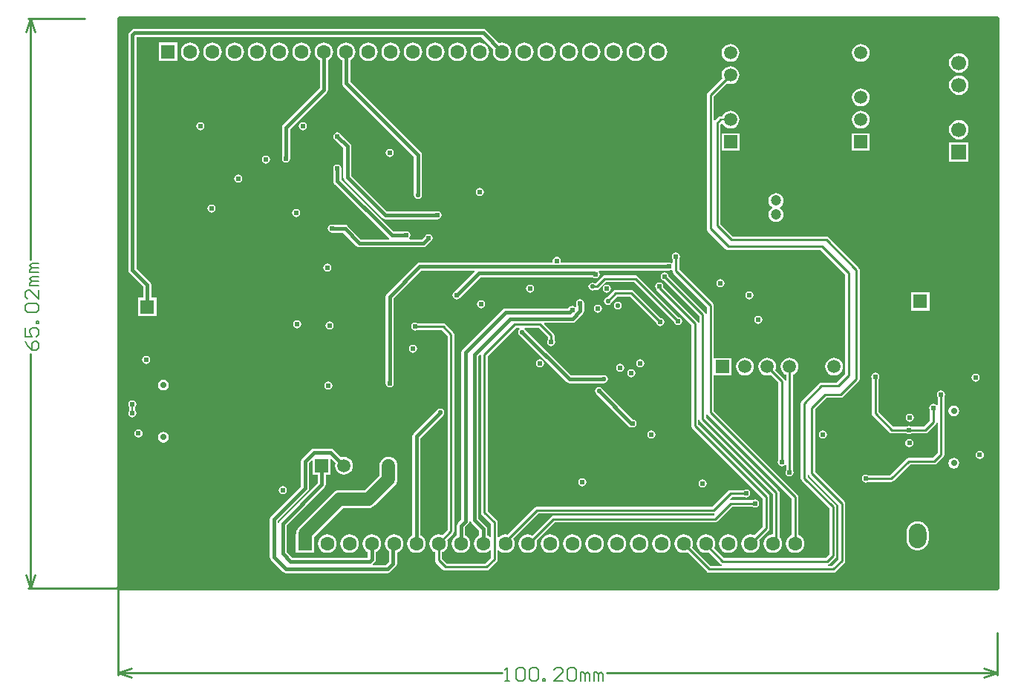
<source format=gbl>
G04*
G04 #@! TF.GenerationSoftware,Altium Limited,Altium Designer,20.0.13 (296)*
G04*
G04 Layer_Physical_Order=4*
G04 Layer_Color=16711680*
%FSLAX24Y24*%
%MOIN*%
G70*
G01*
G75*
%ADD10C,0.0100*%
%ADD17C,0.0060*%
%ADD18C,0.0200*%
%ADD59C,0.0150*%
%ADD61C,0.0080*%
%ADD62R,0.0591X0.0591*%
%ADD63C,0.0591*%
%ADD64R,0.0591X0.0591*%
%ADD65C,0.0630*%
%ADD66R,0.0630X0.0630*%
%ADD67R,0.0669X0.0669*%
%ADD68C,0.0669*%
%ADD69O,0.0827X0.0394*%
%ADD70O,0.0630X0.0394*%
%ADD71C,0.0276*%
%ADD72C,0.0472*%
%ADD73C,0.0240*%
%ADD74C,0.0220*%
%ADD84C,0.0600*%
%ADD85C,0.0160*%
G36*
X39425Y0D02*
X25D01*
Y25600D01*
X39425D01*
Y0D01*
D02*
G37*
%LPC*%
G36*
X2615Y24515D02*
X1785D01*
Y23685D01*
X2615D01*
Y24515D01*
D02*
G37*
G36*
X24200Y24519D02*
X24092Y24504D01*
X23991Y24462D01*
X23904Y24396D01*
X23838Y24309D01*
X23796Y24208D01*
X23781Y24100D01*
X23796Y23992D01*
X23838Y23891D01*
X23904Y23804D01*
X23991Y23738D01*
X24092Y23696D01*
X24200Y23681D01*
X24308Y23696D01*
X24409Y23738D01*
X24496Y23804D01*
X24562Y23891D01*
X24604Y23992D01*
X24619Y24100D01*
X24604Y24208D01*
X24562Y24309D01*
X24496Y24396D01*
X24409Y24462D01*
X24308Y24504D01*
X24200Y24519D01*
D02*
G37*
G36*
X23200D02*
X23092Y24504D01*
X22991Y24462D01*
X22904Y24396D01*
X22838Y24309D01*
X22796Y24208D01*
X22781Y24100D01*
X22796Y23992D01*
X22838Y23891D01*
X22904Y23804D01*
X22991Y23738D01*
X23092Y23696D01*
X23200Y23681D01*
X23308Y23696D01*
X23409Y23738D01*
X23496Y23804D01*
X23562Y23891D01*
X23604Y23992D01*
X23619Y24100D01*
X23604Y24208D01*
X23562Y24309D01*
X23496Y24396D01*
X23409Y24462D01*
X23308Y24504D01*
X23200Y24519D01*
D02*
G37*
G36*
X22200D02*
X22092Y24504D01*
X21991Y24462D01*
X21904Y24396D01*
X21838Y24309D01*
X21796Y24208D01*
X21781Y24100D01*
X21796Y23992D01*
X21838Y23891D01*
X21904Y23804D01*
X21991Y23738D01*
X22092Y23696D01*
X22200Y23681D01*
X22308Y23696D01*
X22409Y23738D01*
X22496Y23804D01*
X22562Y23891D01*
X22604Y23992D01*
X22619Y24100D01*
X22604Y24208D01*
X22562Y24309D01*
X22496Y24396D01*
X22409Y24462D01*
X22308Y24504D01*
X22200Y24519D01*
D02*
G37*
G36*
X21200D02*
X21092Y24504D01*
X20991Y24462D01*
X20904Y24396D01*
X20838Y24309D01*
X20796Y24208D01*
X20781Y24100D01*
X20796Y23992D01*
X20838Y23891D01*
X20904Y23804D01*
X20991Y23738D01*
X21092Y23696D01*
X21200Y23681D01*
X21308Y23696D01*
X21409Y23738D01*
X21496Y23804D01*
X21562Y23891D01*
X21604Y23992D01*
X21619Y24100D01*
X21604Y24208D01*
X21562Y24309D01*
X21496Y24396D01*
X21409Y24462D01*
X21308Y24504D01*
X21200Y24519D01*
D02*
G37*
G36*
X20200D02*
X20092Y24504D01*
X19991Y24462D01*
X19904Y24396D01*
X19838Y24309D01*
X19796Y24208D01*
X19781Y24100D01*
X19796Y23992D01*
X19838Y23891D01*
X19904Y23804D01*
X19991Y23738D01*
X20092Y23696D01*
X20200Y23681D01*
X20308Y23696D01*
X20409Y23738D01*
X20496Y23804D01*
X20562Y23891D01*
X20604Y23992D01*
X20619Y24100D01*
X20604Y24208D01*
X20562Y24309D01*
X20496Y24396D01*
X20409Y24462D01*
X20308Y24504D01*
X20200Y24519D01*
D02*
G37*
G36*
X19200D02*
X19092Y24504D01*
X18991Y24462D01*
X18904Y24396D01*
X18838Y24309D01*
X18796Y24208D01*
X18781Y24100D01*
X18796Y23992D01*
X18838Y23891D01*
X18904Y23804D01*
X18991Y23738D01*
X19092Y23696D01*
X19200Y23681D01*
X19308Y23696D01*
X19409Y23738D01*
X19496Y23804D01*
X19562Y23891D01*
X19604Y23992D01*
X19619Y24100D01*
X19604Y24208D01*
X19562Y24309D01*
X19496Y24396D01*
X19409Y24462D01*
X19308Y24504D01*
X19200Y24519D01*
D02*
G37*
G36*
X18200D02*
X18092Y24504D01*
X17991Y24462D01*
X17904Y24396D01*
X17838Y24309D01*
X17796Y24208D01*
X17781Y24100D01*
X17796Y23992D01*
X17838Y23891D01*
X17904Y23804D01*
X17991Y23738D01*
X18092Y23696D01*
X18200Y23681D01*
X18308Y23696D01*
X18409Y23738D01*
X18496Y23804D01*
X18562Y23891D01*
X18604Y23992D01*
X18619Y24100D01*
X18604Y24208D01*
X18562Y24309D01*
X18496Y24396D01*
X18409Y24462D01*
X18308Y24504D01*
X18200Y24519D01*
D02*
G37*
G36*
X16350Y25128D02*
X700D01*
X632Y25115D01*
X574Y25076D01*
X574Y25076D01*
X474Y24976D01*
X435Y24918D01*
X422Y24850D01*
Y14300D01*
X435Y14232D01*
X474Y14174D01*
X1087Y13560D01*
Y13052D01*
X851D01*
Y12222D01*
X1681D01*
Y13052D01*
X1444D01*
Y13634D01*
X1444Y13634D01*
X1431Y13703D01*
X1392Y13760D01*
X1392Y13760D01*
X778Y14374D01*
Y24772D01*
X16276D01*
X16809Y24239D01*
X16796Y24208D01*
X16781Y24100D01*
X16796Y23992D01*
X16838Y23891D01*
X16904Y23804D01*
X16991Y23738D01*
X17092Y23696D01*
X17200Y23681D01*
X17308Y23696D01*
X17409Y23738D01*
X17496Y23804D01*
X17562Y23891D01*
X17604Y23992D01*
X17619Y24100D01*
X17604Y24208D01*
X17562Y24309D01*
X17496Y24396D01*
X17409Y24462D01*
X17308Y24504D01*
X17200Y24519D01*
X17092Y24504D01*
X17061Y24492D01*
X16476Y25076D01*
X16418Y25115D01*
X16350Y25128D01*
D02*
G37*
G36*
X16200Y24519D02*
X16092Y24504D01*
X15991Y24462D01*
X15904Y24396D01*
X15838Y24309D01*
X15796Y24208D01*
X15781Y24100D01*
X15796Y23992D01*
X15838Y23891D01*
X15904Y23804D01*
X15991Y23738D01*
X16092Y23696D01*
X16200Y23681D01*
X16308Y23696D01*
X16409Y23738D01*
X16496Y23804D01*
X16562Y23891D01*
X16604Y23992D01*
X16619Y24100D01*
X16604Y24208D01*
X16562Y24309D01*
X16496Y24396D01*
X16409Y24462D01*
X16308Y24504D01*
X16200Y24519D01*
D02*
G37*
G36*
X15200D02*
X15092Y24504D01*
X14991Y24462D01*
X14904Y24396D01*
X14838Y24309D01*
X14796Y24208D01*
X14781Y24100D01*
X14796Y23992D01*
X14838Y23891D01*
X14904Y23804D01*
X14991Y23738D01*
X15092Y23696D01*
X15200Y23681D01*
X15308Y23696D01*
X15409Y23738D01*
X15496Y23804D01*
X15562Y23891D01*
X15604Y23992D01*
X15619Y24100D01*
X15604Y24208D01*
X15562Y24309D01*
X15496Y24396D01*
X15409Y24462D01*
X15308Y24504D01*
X15200Y24519D01*
D02*
G37*
G36*
X14200D02*
X14092Y24504D01*
X13991Y24462D01*
X13904Y24396D01*
X13838Y24309D01*
X13796Y24208D01*
X13781Y24100D01*
X13796Y23992D01*
X13838Y23891D01*
X13904Y23804D01*
X13991Y23738D01*
X14092Y23696D01*
X14200Y23681D01*
X14308Y23696D01*
X14409Y23738D01*
X14496Y23804D01*
X14562Y23891D01*
X14604Y23992D01*
X14619Y24100D01*
X14604Y24208D01*
X14562Y24309D01*
X14496Y24396D01*
X14409Y24462D01*
X14308Y24504D01*
X14200Y24519D01*
D02*
G37*
G36*
X13200D02*
X13092Y24504D01*
X12991Y24462D01*
X12904Y24396D01*
X12838Y24309D01*
X12796Y24208D01*
X12781Y24100D01*
X12796Y23992D01*
X12838Y23891D01*
X12904Y23804D01*
X12991Y23738D01*
X13092Y23696D01*
X13200Y23681D01*
X13308Y23696D01*
X13409Y23738D01*
X13496Y23804D01*
X13562Y23891D01*
X13604Y23992D01*
X13619Y24100D01*
X13604Y24208D01*
X13562Y24309D01*
X13496Y24396D01*
X13409Y24462D01*
X13308Y24504D01*
X13200Y24519D01*
D02*
G37*
G36*
X12200D02*
X12092Y24504D01*
X11991Y24462D01*
X11904Y24396D01*
X11838Y24309D01*
X11796Y24208D01*
X11781Y24100D01*
X11796Y23992D01*
X11838Y23891D01*
X11904Y23804D01*
X11991Y23738D01*
X12092Y23696D01*
X12200Y23681D01*
X12308Y23696D01*
X12409Y23738D01*
X12496Y23804D01*
X12562Y23891D01*
X12604Y23992D01*
X12619Y24100D01*
X12604Y24208D01*
X12562Y24309D01*
X12496Y24396D01*
X12409Y24462D01*
X12308Y24504D01*
X12200Y24519D01*
D02*
G37*
G36*
X11200D02*
X11092Y24504D01*
X10991Y24462D01*
X10904Y24396D01*
X10838Y24309D01*
X10796Y24208D01*
X10781Y24100D01*
X10796Y23992D01*
X10838Y23891D01*
X10904Y23804D01*
X10991Y23738D01*
X11092Y23696D01*
X11200Y23681D01*
X11308Y23696D01*
X11409Y23738D01*
X11496Y23804D01*
X11562Y23891D01*
X11604Y23992D01*
X11619Y24100D01*
X11604Y24208D01*
X11562Y24309D01*
X11496Y24396D01*
X11409Y24462D01*
X11308Y24504D01*
X11200Y24519D01*
D02*
G37*
G36*
X8200D02*
X8092Y24504D01*
X7991Y24462D01*
X7904Y24396D01*
X7838Y24309D01*
X7796Y24208D01*
X7781Y24100D01*
X7796Y23992D01*
X7838Y23891D01*
X7904Y23804D01*
X7991Y23738D01*
X8092Y23696D01*
X8200Y23681D01*
X8308Y23696D01*
X8409Y23738D01*
X8496Y23804D01*
X8562Y23891D01*
X8604Y23992D01*
X8619Y24100D01*
X8604Y24208D01*
X8562Y24309D01*
X8496Y24396D01*
X8409Y24462D01*
X8308Y24504D01*
X8200Y24519D01*
D02*
G37*
G36*
X7200D02*
X7092Y24504D01*
X6991Y24462D01*
X6904Y24396D01*
X6838Y24309D01*
X6796Y24208D01*
X6781Y24100D01*
X6796Y23992D01*
X6838Y23891D01*
X6904Y23804D01*
X6991Y23738D01*
X7092Y23696D01*
X7200Y23681D01*
X7308Y23696D01*
X7409Y23738D01*
X7496Y23804D01*
X7562Y23891D01*
X7604Y23992D01*
X7619Y24100D01*
X7604Y24208D01*
X7562Y24309D01*
X7496Y24396D01*
X7409Y24462D01*
X7308Y24504D01*
X7200Y24519D01*
D02*
G37*
G36*
X6200D02*
X6092Y24504D01*
X5991Y24462D01*
X5904Y24396D01*
X5838Y24309D01*
X5796Y24208D01*
X5781Y24100D01*
X5796Y23992D01*
X5838Y23891D01*
X5904Y23804D01*
X5991Y23738D01*
X6092Y23696D01*
X6200Y23681D01*
X6308Y23696D01*
X6409Y23738D01*
X6496Y23804D01*
X6562Y23891D01*
X6604Y23992D01*
X6619Y24100D01*
X6604Y24208D01*
X6562Y24309D01*
X6496Y24396D01*
X6409Y24462D01*
X6308Y24504D01*
X6200Y24519D01*
D02*
G37*
G36*
X5200D02*
X5092Y24504D01*
X4991Y24462D01*
X4904Y24396D01*
X4838Y24309D01*
X4796Y24208D01*
X4781Y24100D01*
X4796Y23992D01*
X4838Y23891D01*
X4904Y23804D01*
X4991Y23738D01*
X5092Y23696D01*
X5200Y23681D01*
X5308Y23696D01*
X5409Y23738D01*
X5496Y23804D01*
X5562Y23891D01*
X5604Y23992D01*
X5619Y24100D01*
X5604Y24208D01*
X5562Y24309D01*
X5496Y24396D01*
X5409Y24462D01*
X5308Y24504D01*
X5200Y24519D01*
D02*
G37*
G36*
X4200D02*
X4092Y24504D01*
X3991Y24462D01*
X3904Y24396D01*
X3838Y24309D01*
X3796Y24208D01*
X3781Y24100D01*
X3796Y23992D01*
X3838Y23891D01*
X3904Y23804D01*
X3991Y23738D01*
X4092Y23696D01*
X4200Y23681D01*
X4308Y23696D01*
X4409Y23738D01*
X4496Y23804D01*
X4562Y23891D01*
X4604Y23992D01*
X4619Y24100D01*
X4604Y24208D01*
X4562Y24309D01*
X4496Y24396D01*
X4409Y24462D01*
X4308Y24504D01*
X4200Y24519D01*
D02*
G37*
G36*
X3200D02*
X3092Y24504D01*
X2991Y24462D01*
X2904Y24396D01*
X2838Y24309D01*
X2796Y24208D01*
X2781Y24100D01*
X2796Y23992D01*
X2838Y23891D01*
X2904Y23804D01*
X2991Y23738D01*
X3092Y23696D01*
X3200Y23681D01*
X3308Y23696D01*
X3409Y23738D01*
X3496Y23804D01*
X3562Y23891D01*
X3604Y23992D01*
X3619Y24100D01*
X3604Y24208D01*
X3562Y24309D01*
X3496Y24396D01*
X3409Y24462D01*
X3308Y24504D01*
X3200Y24519D01*
D02*
G37*
G36*
X33300Y24449D02*
X33197Y24435D01*
X33101Y24395D01*
X33018Y24332D01*
X32955Y24249D01*
X32915Y24153D01*
X32901Y24050D01*
X32915Y23947D01*
X32955Y23851D01*
X33018Y23768D01*
X33101Y23705D01*
X33197Y23665D01*
X33300Y23651D01*
X33403Y23665D01*
X33499Y23705D01*
X33582Y23768D01*
X33645Y23851D01*
X33685Y23947D01*
X33699Y24050D01*
X33685Y24153D01*
X33645Y24249D01*
X33582Y24332D01*
X33499Y24395D01*
X33403Y24435D01*
X33300Y24449D01*
D02*
G37*
G36*
X27450D02*
X27347Y24435D01*
X27251Y24395D01*
X27168Y24332D01*
X27105Y24249D01*
X27065Y24153D01*
X27051Y24050D01*
X27065Y23947D01*
X27105Y23851D01*
X27168Y23768D01*
X27251Y23705D01*
X27347Y23665D01*
X27450Y23651D01*
X27553Y23665D01*
X27649Y23705D01*
X27732Y23768D01*
X27795Y23851D01*
X27835Y23947D01*
X27849Y24050D01*
X27835Y24153D01*
X27795Y24249D01*
X27732Y24332D01*
X27649Y24395D01*
X27553Y24435D01*
X27450Y24449D01*
D02*
G37*
G36*
X37700Y24038D02*
X37587Y24023D01*
X37481Y23980D01*
X37390Y23910D01*
X37320Y23819D01*
X37277Y23713D01*
X37262Y23600D01*
X37277Y23487D01*
X37320Y23381D01*
X37390Y23290D01*
X37481Y23220D01*
X37587Y23177D01*
X37700Y23162D01*
X37813Y23177D01*
X37919Y23220D01*
X38010Y23290D01*
X38080Y23381D01*
X38123Y23487D01*
X38138Y23600D01*
X38123Y23713D01*
X38080Y23819D01*
X38010Y23910D01*
X37919Y23980D01*
X37813Y24023D01*
X37700Y24038D01*
D02*
G37*
G36*
X27450Y23449D02*
X27347Y23435D01*
X27251Y23395D01*
X27168Y23332D01*
X27105Y23249D01*
X27065Y23153D01*
X27051Y23050D01*
X27065Y22947D01*
X27084Y22900D01*
X26442Y22258D01*
X26409Y22209D01*
X26397Y22150D01*
Y16150D01*
X26409Y16091D01*
X26442Y16042D01*
X27242Y15242D01*
X27291Y15209D01*
X27350Y15197D01*
X31487D01*
X32597Y14087D01*
Y9613D01*
X32228Y9244D01*
X31543D01*
X31485Y9232D01*
X31435Y9199D01*
X30652Y8416D01*
X30619Y8367D01*
X30607Y8308D01*
Y4940D01*
X30619Y4881D01*
X30652Y4832D01*
X31897Y3587D01*
Y1513D01*
X31737Y1353D01*
X27163D01*
X26716Y1800D01*
X26754Y1892D01*
X26769Y2000D01*
X26754Y2108D01*
X26712Y2209D01*
X26646Y2296D01*
X26559Y2362D01*
X26458Y2404D01*
X26350Y2419D01*
X26242Y2404D01*
X26141Y2362D01*
X26054Y2296D01*
X25988Y2209D01*
X25946Y2108D01*
X25931Y2000D01*
X25946Y1892D01*
X25988Y1791D01*
X26054Y1704D01*
X26141Y1638D01*
X26242Y1596D01*
X26350Y1581D01*
X26458Y1596D01*
X26479Y1604D01*
X26992Y1092D01*
X27041Y1059D01*
X27070Y1053D01*
X27066Y1003D01*
X26563D01*
X25731Y1835D01*
X25754Y1892D01*
X25769Y2000D01*
X25754Y2108D01*
X25712Y2209D01*
X25646Y2296D01*
X25559Y2362D01*
X25458Y2404D01*
X25350Y2419D01*
X25242Y2404D01*
X25141Y2362D01*
X25054Y2296D01*
X24988Y2209D01*
X24946Y2108D01*
X24931Y2000D01*
X24946Y1892D01*
X24988Y1791D01*
X25054Y1704D01*
X25141Y1638D01*
X25242Y1596D01*
X25350Y1581D01*
X25458Y1596D01*
X25515Y1619D01*
X26392Y742D01*
X26441Y709D01*
X26500Y697D01*
X32065D01*
X32123Y709D01*
X32173Y742D01*
X32558Y1127D01*
X32591Y1177D01*
X32603Y1235D01*
Y3800D01*
X32591Y3859D01*
X32558Y3908D01*
X31253Y5213D01*
Y8037D01*
X31763Y8547D01*
X32400D01*
X32459Y8559D01*
X32508Y8592D01*
X33208Y9292D01*
X33241Y9341D01*
X33253Y9400D01*
Y14300D01*
X33241Y14359D01*
X33208Y14408D01*
X31858Y15758D01*
X31809Y15791D01*
X31750Y15803D01*
X27563D01*
X27003Y16363D01*
Y20837D01*
X27047Y20881D01*
X27096Y20871D01*
X27105Y20851D01*
X27168Y20768D01*
X27251Y20705D01*
X27347Y20665D01*
X27450Y20651D01*
X27553Y20665D01*
X27649Y20705D01*
X27732Y20768D01*
X27795Y20851D01*
X27835Y20947D01*
X27849Y21050D01*
X27835Y21153D01*
X27795Y21249D01*
X27732Y21332D01*
X27649Y21395D01*
X27553Y21435D01*
X27450Y21449D01*
X27347Y21435D01*
X27251Y21395D01*
X27168Y21332D01*
X27105Y21249D01*
X27095Y21227D01*
X27059Y21191D01*
X27000Y21203D01*
X26941Y21191D01*
X26892Y21158D01*
X26753Y21019D01*
X26709Y21033D01*
X26703Y21038D01*
Y22087D01*
X27300Y22684D01*
X27347Y22665D01*
X27450Y22651D01*
X27553Y22665D01*
X27649Y22705D01*
X27732Y22768D01*
X27795Y22851D01*
X27835Y22947D01*
X27849Y23050D01*
X27835Y23153D01*
X27795Y23249D01*
X27732Y23332D01*
X27649Y23395D01*
X27553Y23435D01*
X27450Y23449D01*
D02*
G37*
G36*
X37700Y23038D02*
X37587Y23023D01*
X37481Y22980D01*
X37390Y22910D01*
X37320Y22819D01*
X37277Y22713D01*
X37262Y22600D01*
X37277Y22487D01*
X37320Y22381D01*
X37390Y22290D01*
X37481Y22220D01*
X37587Y22177D01*
X37700Y22162D01*
X37813Y22177D01*
X37919Y22220D01*
X38010Y22290D01*
X38080Y22381D01*
X38123Y22487D01*
X38138Y22600D01*
X38123Y22713D01*
X38080Y22819D01*
X38010Y22910D01*
X37919Y22980D01*
X37813Y23023D01*
X37700Y23038D01*
D02*
G37*
G36*
X33300Y22449D02*
X33197Y22435D01*
X33101Y22395D01*
X33018Y22332D01*
X32955Y22249D01*
X32915Y22153D01*
X32901Y22050D01*
X32915Y21947D01*
X32955Y21851D01*
X33018Y21768D01*
X33101Y21705D01*
X33197Y21665D01*
X33300Y21651D01*
X33403Y21665D01*
X33499Y21705D01*
X33582Y21768D01*
X33645Y21851D01*
X33685Y21947D01*
X33699Y22050D01*
X33685Y22153D01*
X33645Y22249D01*
X33582Y22332D01*
X33499Y22395D01*
X33403Y22435D01*
X33300Y22449D01*
D02*
G37*
G36*
Y21449D02*
X33197Y21435D01*
X33101Y21395D01*
X33018Y21332D01*
X32955Y21249D01*
X32915Y21153D01*
X32901Y21050D01*
X32915Y20947D01*
X32955Y20851D01*
X33018Y20768D01*
X33101Y20705D01*
X33197Y20665D01*
X33300Y20651D01*
X33403Y20665D01*
X33499Y20705D01*
X33582Y20768D01*
X33645Y20851D01*
X33685Y20947D01*
X33699Y21050D01*
X33685Y21153D01*
X33645Y21249D01*
X33582Y21332D01*
X33499Y21395D01*
X33403Y21435D01*
X33300Y21449D01*
D02*
G37*
G36*
X3650Y20934D02*
X3580Y20920D01*
X3521Y20880D01*
X3481Y20821D01*
X3467Y20750D01*
X3481Y20680D01*
X3521Y20621D01*
X3580Y20581D01*
X3650Y20567D01*
X3721Y20581D01*
X3780Y20621D01*
X3820Y20680D01*
X3834Y20750D01*
X3820Y20821D01*
X3780Y20880D01*
X3721Y20920D01*
X3650Y20934D01*
D02*
G37*
G36*
X8250Y20934D02*
X8180Y20920D01*
X8120Y20880D01*
X8080Y20820D01*
X8066Y20750D01*
X8080Y20680D01*
X8120Y20620D01*
X8180Y20580D01*
X8250Y20566D01*
X8320Y20580D01*
X8380Y20620D01*
X8420Y20680D01*
X8434Y20750D01*
X8420Y20820D01*
X8380Y20880D01*
X8320Y20920D01*
X8250Y20934D01*
D02*
G37*
G36*
X37700Y21038D02*
X37587Y21023D01*
X37481Y20980D01*
X37390Y20910D01*
X37320Y20819D01*
X37277Y20713D01*
X37262Y20600D01*
X37277Y20487D01*
X37320Y20381D01*
X37390Y20290D01*
X37481Y20220D01*
X37587Y20177D01*
X37700Y20162D01*
X37813Y20177D01*
X37919Y20220D01*
X38010Y20290D01*
X38080Y20381D01*
X38123Y20487D01*
X38138Y20600D01*
X38123Y20713D01*
X38080Y20819D01*
X38010Y20910D01*
X37919Y20980D01*
X37813Y21023D01*
X37700Y21038D01*
D02*
G37*
G36*
X33695Y20445D02*
X32905D01*
Y19655D01*
X33695D01*
Y20445D01*
D02*
G37*
G36*
X27845D02*
X27055D01*
Y19655D01*
X27845D01*
Y20445D01*
D02*
G37*
G36*
X12150Y19734D02*
X12080Y19720D01*
X12020Y19680D01*
X11980Y19620D01*
X11966Y19550D01*
X11980Y19480D01*
X12020Y19420D01*
X12080Y19380D01*
X12150Y19366D01*
X12220Y19380D01*
X12280Y19420D01*
X12320Y19480D01*
X12334Y19550D01*
X12320Y19620D01*
X12280Y19680D01*
X12220Y19720D01*
X12150Y19734D01*
D02*
G37*
G36*
X38135Y20035D02*
X37265D01*
Y19165D01*
X38135D01*
Y20035D01*
D02*
G37*
G36*
X9200Y24519D02*
X9092Y24504D01*
X8991Y24462D01*
X8904Y24396D01*
X8838Y24309D01*
X8796Y24208D01*
X8781Y24100D01*
X8796Y23992D01*
X8838Y23891D01*
X8904Y23804D01*
X8991Y23738D01*
X9016Y23727D01*
Y22476D01*
X7370Y20830D01*
X7330Y20770D01*
X7316Y20700D01*
Y19300D01*
X7330Y19230D01*
X7370Y19170D01*
X7430Y19130D01*
X7500Y19116D01*
X7570Y19130D01*
X7630Y19170D01*
X7670Y19230D01*
X7684Y19300D01*
Y20624D01*
X9330Y22270D01*
X9370Y22330D01*
X9384Y22400D01*
Y23727D01*
X9409Y23738D01*
X9496Y23804D01*
X9562Y23891D01*
X9604Y23992D01*
X9619Y24100D01*
X9604Y24208D01*
X9562Y24309D01*
X9496Y24396D01*
X9409Y24462D01*
X9308Y24504D01*
X9200Y24519D01*
D02*
G37*
G36*
X6600Y19434D02*
X6530Y19420D01*
X6470Y19380D01*
X6430Y19320D01*
X6416Y19250D01*
X6430Y19180D01*
X6470Y19120D01*
X6530Y19080D01*
X6600Y19066D01*
X6670Y19080D01*
X6730Y19120D01*
X6770Y19180D01*
X6784Y19250D01*
X6770Y19320D01*
X6730Y19380D01*
X6670Y19420D01*
X6600Y19434D01*
D02*
G37*
G36*
X5353Y18587D02*
X5283Y18573D01*
X5223Y18533D01*
X5184Y18473D01*
X5170Y18403D01*
X5184Y18333D01*
X5223Y18273D01*
X5283Y18234D01*
X5353Y18220D01*
X5423Y18234D01*
X5483Y18273D01*
X5523Y18333D01*
X5537Y18403D01*
X5523Y18473D01*
X5483Y18533D01*
X5423Y18573D01*
X5353Y18587D01*
D02*
G37*
G36*
X16200Y17984D02*
X16130Y17970D01*
X16070Y17930D01*
X16030Y17870D01*
X16016Y17800D01*
X16030Y17730D01*
X16070Y17670D01*
X16130Y17630D01*
X16200Y17616D01*
X16270Y17630D01*
X16330Y17670D01*
X16370Y17730D01*
X16384Y17800D01*
X16370Y17870D01*
X16330Y17930D01*
X16270Y17970D01*
X16200Y17984D01*
D02*
G37*
G36*
X10200Y24519D02*
X10092Y24504D01*
X9991Y24462D01*
X9904Y24396D01*
X9838Y24309D01*
X9796Y24208D01*
X9781Y24100D01*
X9796Y23992D01*
X9838Y23891D01*
X9904Y23804D01*
X9991Y23738D01*
X10016Y23727D01*
Y22700D01*
X10030Y22630D01*
X10070Y22570D01*
X13241Y19399D01*
Y17670D01*
X13255Y17600D01*
X13295Y17540D01*
X13355Y17500D01*
X13425Y17486D01*
X13495Y17500D01*
X13555Y17540D01*
X13595Y17600D01*
X13609Y17670D01*
Y19475D01*
X13595Y19545D01*
X13555Y19605D01*
X10384Y22776D01*
Y23727D01*
X10409Y23738D01*
X10496Y23804D01*
X10562Y23891D01*
X10604Y23992D01*
X10619Y24100D01*
X10604Y24208D01*
X10562Y24309D01*
X10496Y24396D01*
X10409Y24462D01*
X10308Y24504D01*
X10200Y24519D01*
D02*
G37*
G36*
X4150Y17234D02*
X4080Y17220D01*
X4020Y17180D01*
X3980Y17120D01*
X3966Y17050D01*
X3980Y16980D01*
X4020Y16920D01*
X4080Y16880D01*
X4150Y16866D01*
X4220Y16880D01*
X4280Y16920D01*
X4320Y16980D01*
X4334Y17050D01*
X4320Y17120D01*
X4280Y17180D01*
X4220Y17220D01*
X4150Y17234D01*
D02*
G37*
G36*
X7950Y17034D02*
X7880Y17020D01*
X7820Y16980D01*
X7780Y16920D01*
X7766Y16850D01*
X7780Y16780D01*
X7820Y16720D01*
X7880Y16680D01*
X7950Y16666D01*
X8020Y16680D01*
X8080Y16720D01*
X8120Y16780D01*
X8134Y16850D01*
X8120Y16920D01*
X8080Y16980D01*
X8020Y17020D01*
X7950Y17034D01*
D02*
G37*
G36*
X9807Y20484D02*
X9737Y20470D01*
X9678Y20430D01*
X9638Y20370D01*
X9624Y20300D01*
X9638Y20230D01*
X9678Y20170D01*
X9699Y20156D01*
X10072Y19784D01*
Y18450D01*
X10085Y18382D01*
X10124Y18324D01*
X11824Y16624D01*
X11882Y16585D01*
X11950Y16572D01*
X14274D01*
X14300Y16566D01*
X14370Y16580D01*
X14430Y16620D01*
X14470Y16680D01*
X14484Y16750D01*
X14470Y16820D01*
X14430Y16880D01*
X14370Y16920D01*
X14300Y16934D01*
X14274Y16928D01*
X12024D01*
X10428Y18524D01*
Y19857D01*
X10415Y19926D01*
X10376Y19984D01*
X9952Y20408D01*
X9937Y20430D01*
X9878Y20470D01*
X9807Y20484D01*
D02*
G37*
G36*
X29500Y17754D02*
X29412Y17743D01*
X29330Y17709D01*
X29260Y17655D01*
X29206Y17585D01*
X29172Y17503D01*
X29161Y17415D01*
X29172Y17327D01*
X29206Y17245D01*
X29260Y17175D01*
X29321Y17129D01*
X29325Y17105D01*
Y17095D01*
X29321Y17071D01*
X29260Y17025D01*
X29206Y16955D01*
X29172Y16873D01*
X29161Y16785D01*
X29172Y16697D01*
X29206Y16615D01*
X29260Y16545D01*
X29330Y16491D01*
X29412Y16457D01*
X29500Y16446D01*
X29588Y16457D01*
X29670Y16491D01*
X29740Y16545D01*
X29794Y16615D01*
X29828Y16697D01*
X29839Y16785D01*
X29828Y16873D01*
X29794Y16955D01*
X29740Y17025D01*
X29679Y17071D01*
X29675Y17095D01*
Y17105D01*
X29679Y17129D01*
X29740Y17175D01*
X29794Y17245D01*
X29828Y17327D01*
X29839Y17415D01*
X29828Y17503D01*
X29794Y17585D01*
X29740Y17655D01*
X29670Y17709D01*
X29588Y17743D01*
X29500Y17754D01*
D02*
G37*
G36*
X9800Y19034D02*
X9730Y19020D01*
X9670Y18980D01*
X9630Y18920D01*
X9616Y18850D01*
X9622Y18824D01*
Y18300D01*
X9622Y18300D01*
X9635Y18232D01*
X9674Y18174D01*
X12119Y15728D01*
X12117Y15709D01*
X12102Y15678D01*
X10874D01*
X10276Y16276D01*
X10218Y16315D01*
X10150Y16328D01*
X9576D01*
X9550Y16334D01*
X9480Y16320D01*
X9420Y16280D01*
X9380Y16220D01*
X9366Y16150D01*
X9380Y16080D01*
X9420Y16020D01*
X9480Y15980D01*
X9550Y15966D01*
X9576Y15972D01*
X10076D01*
X10674Y15374D01*
X10732Y15335D01*
X10800Y15322D01*
X10800Y15322D01*
X13673D01*
X13742Y15335D01*
X13799Y15374D01*
X14008Y15582D01*
X14030Y15597D01*
X14070Y15656D01*
X14084Y15727D01*
X14070Y15797D01*
X14030Y15856D01*
X13970Y15896D01*
X13900Y15910D01*
X13830Y15896D01*
X13770Y15856D01*
X13756Y15835D01*
X13599Y15678D01*
X13057D01*
X13045Y15698D01*
X13035Y15728D01*
X13070Y15780D01*
X13084Y15850D01*
X13070Y15920D01*
X13030Y15980D01*
X12970Y16020D01*
X12900Y16034D01*
X12874Y16028D01*
X12324D01*
X9978Y18374D01*
Y18824D01*
X9984Y18850D01*
X9970Y18920D01*
X9930Y18980D01*
X9870Y19020D01*
X9800Y19034D01*
D02*
G37*
G36*
X25000Y15084D02*
X24930Y15070D01*
X24870Y15030D01*
X24830Y14970D01*
X24816Y14900D01*
X24830Y14830D01*
X24847Y14805D01*
Y14628D01*
X24797Y14602D01*
X24770Y14620D01*
X24700Y14634D01*
X24674Y14628D01*
X19868D01*
X19827Y14678D01*
X19834Y14710D01*
X19820Y14780D01*
X19780Y14840D01*
X19720Y14880D01*
X19650Y14894D01*
X19580Y14880D01*
X19520Y14840D01*
X19480Y14780D01*
X19466Y14710D01*
X19473Y14678D01*
X19432Y14628D01*
X13500D01*
X13432Y14615D01*
X13374Y14576D01*
X13374Y14576D01*
X12024Y13226D01*
X11985Y13168D01*
X11972Y13100D01*
Y9226D01*
X11966Y9200D01*
X11980Y9130D01*
X12020Y9070D01*
X12080Y9030D01*
X12150Y9016D01*
X12220Y9030D01*
X12280Y9070D01*
X12320Y9130D01*
X12334Y9200D01*
X12328Y9226D01*
Y13026D01*
X13574Y14272D01*
X15954D01*
X15973Y14225D01*
X15042Y13294D01*
X15020Y13280D01*
X14980Y13220D01*
X14966Y13150D01*
X14980Y13080D01*
X15020Y13020D01*
X15080Y12980D01*
X15150Y12966D01*
X15220Y12980D01*
X15280Y13020D01*
X15294Y13042D01*
X16224Y13972D01*
X21256D01*
X21311Y13935D01*
X21333Y13931D01*
X21333Y13930D01*
X21403Y13916D01*
X21474Y13930D01*
X21533Y13970D01*
X21573Y14030D01*
X21587Y14100D01*
X21573Y14170D01*
X21539Y14222D01*
X21548Y14252D01*
X21561Y14272D01*
X24674D01*
X24700Y14266D01*
X24770Y14280D01*
X24797Y14298D01*
X24847Y14272D01*
Y14250D01*
X24859Y14191D01*
X24892Y14142D01*
X26397Y12637D01*
Y12334D01*
X26347Y12330D01*
X26341Y12359D01*
X26308Y12408D01*
X24675Y14041D01*
X24670Y14070D01*
X24630Y14130D01*
X24570Y14170D01*
X24500Y14184D01*
X24430Y14170D01*
X24370Y14130D01*
X24330Y14070D01*
X24316Y14000D01*
X24330Y13930D01*
X24370Y13870D01*
X24430Y13830D01*
X24459Y13825D01*
X26047Y12237D01*
Y11934D01*
X25997Y11930D01*
X25991Y11959D01*
X25958Y12008D01*
X24431Y13536D01*
X24434Y13550D01*
X24420Y13620D01*
X24380Y13680D01*
X24320Y13720D01*
X24250Y13734D01*
X24180Y13720D01*
X24120Y13680D01*
X24080Y13620D01*
X24066Y13550D01*
X24080Y13480D01*
X24120Y13420D01*
X24127Y13416D01*
X24142Y13393D01*
X24203Y13332D01*
X24205Y13328D01*
X25697Y11837D01*
Y7307D01*
X25709Y7248D01*
X25742Y7198D01*
X28897Y4043D01*
Y2763D01*
X28515Y2381D01*
X28458Y2404D01*
X28350Y2419D01*
X28242Y2404D01*
X28141Y2362D01*
X28054Y2296D01*
X27988Y2209D01*
X27946Y2108D01*
X27931Y2000D01*
X27946Y1892D01*
X27988Y1791D01*
X28054Y1704D01*
X28141Y1638D01*
X28242Y1596D01*
X28350Y1581D01*
X28458Y1596D01*
X28559Y1638D01*
X28646Y1704D01*
X28712Y1791D01*
X28754Y1892D01*
X28769Y2000D01*
X28754Y2108D01*
X28731Y2165D01*
X29158Y2592D01*
X29191Y2641D01*
X29203Y2700D01*
Y4107D01*
X29191Y4165D01*
X29158Y4215D01*
X26003Y7370D01*
Y7566D01*
X26053Y7570D01*
X26059Y7541D01*
X26092Y7492D01*
X29347Y4237D01*
Y2418D01*
X29242Y2404D01*
X29141Y2362D01*
X29054Y2296D01*
X28988Y2209D01*
X28946Y2108D01*
X28931Y2000D01*
X28946Y1892D01*
X28988Y1791D01*
X29054Y1704D01*
X29141Y1638D01*
X29242Y1596D01*
X29350Y1581D01*
X29458Y1596D01*
X29559Y1638D01*
X29646Y1704D01*
X29712Y1791D01*
X29754Y1892D01*
X29769Y2000D01*
X29754Y2108D01*
X29712Y2209D01*
X29652Y2288D01*
X29653Y2293D01*
Y4300D01*
X29641Y4359D01*
X29608Y4408D01*
X26353Y7663D01*
Y7866D01*
X26403Y7870D01*
X26409Y7841D01*
X26442Y7792D01*
X30197Y4037D01*
Y2386D01*
X30141Y2362D01*
X30054Y2296D01*
X29988Y2209D01*
X29946Y2108D01*
X29931Y2000D01*
X29946Y1892D01*
X29988Y1791D01*
X30054Y1704D01*
X30141Y1638D01*
X30242Y1596D01*
X30350Y1581D01*
X30458Y1596D01*
X30559Y1638D01*
X30646Y1704D01*
X30712Y1791D01*
X30754Y1892D01*
X30769Y2000D01*
X30754Y2108D01*
X30712Y2209D01*
X30646Y2296D01*
X30559Y2362D01*
X30503Y2386D01*
Y4100D01*
X30491Y4159D01*
X30458Y4208D01*
X26703Y7963D01*
Y9505D01*
X26705Y9555D01*
X26753Y9555D01*
X27495D01*
Y10345D01*
X26705Y10345D01*
X26703Y10395D01*
Y12700D01*
X26691Y12759D01*
X26658Y12808D01*
X25153Y14313D01*
Y14805D01*
X25170Y14830D01*
X25184Y14900D01*
X25170Y14970D01*
X25130Y15030D01*
X25070Y15070D01*
X25000Y15084D01*
D02*
G37*
G36*
X9350Y14584D02*
X9280Y14570D01*
X9220Y14530D01*
X9180Y14470D01*
X9166Y14400D01*
X9180Y14330D01*
X9220Y14270D01*
X9280Y14230D01*
X9350Y14216D01*
X9420Y14230D01*
X9480Y14270D01*
X9520Y14330D01*
X9534Y14400D01*
X9520Y14470D01*
X9480Y14530D01*
X9420Y14570D01*
X9350Y14584D01*
D02*
G37*
G36*
X27000Y13884D02*
X26930Y13870D01*
X26870Y13830D01*
X26830Y13770D01*
X26816Y13700D01*
X26830Y13630D01*
X26870Y13570D01*
X26930Y13530D01*
X27000Y13516D01*
X27070Y13530D01*
X27130Y13570D01*
X27170Y13630D01*
X27184Y13700D01*
X27170Y13770D01*
X27130Y13830D01*
X27070Y13870D01*
X27000Y13884D01*
D02*
G37*
G36*
X21900Y13634D02*
X21830Y13620D01*
X21770Y13580D01*
X21730Y13520D01*
X21716Y13450D01*
X21730Y13380D01*
X21770Y13320D01*
X21830Y13280D01*
X21900Y13266D01*
X21970Y13280D01*
X22030Y13320D01*
X22070Y13380D01*
X22084Y13450D01*
X22070Y13520D01*
X22030Y13580D01*
X21970Y13620D01*
X21900Y13634D01*
D02*
G37*
G36*
X18450D02*
X18380Y13620D01*
X18320Y13580D01*
X18280Y13520D01*
X18266Y13450D01*
X18280Y13380D01*
X18320Y13320D01*
X18380Y13280D01*
X18450Y13266D01*
X18520Y13280D01*
X18580Y13320D01*
X18620Y13380D01*
X18634Y13450D01*
X18620Y13520D01*
X18580Y13580D01*
X18520Y13620D01*
X18450Y13634D01*
D02*
G37*
G36*
X28300Y13334D02*
X28230Y13320D01*
X28170Y13280D01*
X28130Y13220D01*
X28116Y13150D01*
X28130Y13080D01*
X28170Y13020D01*
X28230Y12980D01*
X28300Y12966D01*
X28370Y12980D01*
X28430Y13020D01*
X28470Y13080D01*
X28484Y13150D01*
X28470Y13220D01*
X28430Y13280D01*
X28370Y13320D01*
X28300Y13334D01*
D02*
G37*
G36*
X20700Y12984D02*
X20630Y12970D01*
X20570Y12930D01*
X20530Y12870D01*
X20516Y12800D01*
X20522Y12774D01*
Y12657D01*
X20502Y12645D01*
X20472Y12635D01*
X20420Y12670D01*
X20350Y12684D01*
X20280Y12670D01*
X20279Y12669D01*
X20257Y12665D01*
X20199Y12626D01*
X20199Y12626D01*
X20152Y12578D01*
X17350D01*
X17282Y12565D01*
X17224Y12526D01*
X17224Y12526D01*
X15424Y10726D01*
X15385Y10668D01*
X15372Y10600D01*
Y3081D01*
X15224Y2933D01*
X15185Y2875D01*
X15172Y2807D01*
Y2375D01*
X15141Y2362D01*
X15054Y2296D01*
X14988Y2209D01*
X14946Y2108D01*
X14931Y2000D01*
X14946Y1892D01*
X14988Y1791D01*
X15054Y1704D01*
X15141Y1638D01*
X15242Y1596D01*
X15350Y1581D01*
X15458Y1596D01*
X15559Y1638D01*
X15646Y1704D01*
X15712Y1791D01*
X15754Y1892D01*
X15769Y2000D01*
X15754Y2108D01*
X15712Y2209D01*
X15646Y2296D01*
X15559Y2362D01*
X15528Y2375D01*
Y2733D01*
X15676Y2881D01*
X15676Y2881D01*
X15715Y2939D01*
X15728Y3007D01*
X15777Y3015D01*
X15778Y3016D01*
X15785Y2982D01*
X15824Y2924D01*
X16172Y2576D01*
Y2375D01*
X16141Y2362D01*
X16054Y2296D01*
X15988Y2209D01*
X15946Y2108D01*
X15931Y2000D01*
X15946Y1892D01*
X15988Y1791D01*
X16054Y1704D01*
X16141Y1638D01*
X16242Y1596D01*
X16350Y1581D01*
X16458Y1596D01*
X16559Y1638D01*
X16646Y1704D01*
X16650Y1709D01*
X16697Y1693D01*
Y1363D01*
X16437Y1103D01*
X14713D01*
X14503Y1313D01*
Y1614D01*
X14559Y1638D01*
X14646Y1704D01*
X14712Y1791D01*
X14754Y1892D01*
X14769Y2000D01*
X14754Y2108D01*
X14731Y2165D01*
X15008Y2442D01*
X15041Y2491D01*
X15053Y2550D01*
Y11400D01*
X15041Y11459D01*
X15008Y11508D01*
X14658Y11858D01*
X14609Y11891D01*
X14550Y11903D01*
X13395D01*
X13370Y11920D01*
X13300Y11934D01*
X13230Y11920D01*
X13170Y11880D01*
X13130Y11820D01*
X13116Y11750D01*
X13130Y11680D01*
X13170Y11620D01*
X13230Y11580D01*
X13300Y11566D01*
X13370Y11580D01*
X13395Y11597D01*
X14487D01*
X14747Y11337D01*
Y2613D01*
X14515Y2381D01*
X14458Y2404D01*
X14350Y2419D01*
X14242Y2404D01*
X14141Y2362D01*
X14054Y2296D01*
X13988Y2209D01*
X13946Y2108D01*
X13931Y2000D01*
X13946Y1892D01*
X13988Y1791D01*
X14054Y1704D01*
X14141Y1638D01*
X14197Y1614D01*
Y1250D01*
X14209Y1191D01*
X14242Y1142D01*
X14542Y842D01*
X14591Y809D01*
X14650Y797D01*
X16500D01*
X16559Y809D01*
X16608Y842D01*
X16958Y1192D01*
X16991Y1241D01*
X17003Y1300D01*
Y1693D01*
X17050Y1709D01*
X17054Y1704D01*
X17141Y1638D01*
X17242Y1596D01*
X17350Y1581D01*
X17458Y1596D01*
X17559Y1638D01*
X17646Y1704D01*
X17712Y1791D01*
X17754Y1892D01*
X17769Y2000D01*
X17754Y2108D01*
X17712Y2209D01*
X17696Y2230D01*
X18813Y3347D01*
X26700D01*
X26713Y3350D01*
X26737Y3303D01*
X26687Y3253D01*
X19500Y3253D01*
X19441Y3241D01*
X19392Y3208D01*
X18550Y2366D01*
X18458Y2404D01*
X18350Y2419D01*
X18242Y2404D01*
X18141Y2362D01*
X18054Y2296D01*
X17988Y2209D01*
X17946Y2108D01*
X17931Y2000D01*
X17946Y1892D01*
X17988Y1791D01*
X18054Y1704D01*
X18141Y1638D01*
X18242Y1596D01*
X18350Y1581D01*
X18458Y1596D01*
X18559Y1638D01*
X18646Y1704D01*
X18712Y1791D01*
X18754Y1892D01*
X18769Y2000D01*
X18754Y2108D01*
X18746Y2129D01*
X19563Y2947D01*
X26750Y2947D01*
X26809Y2959D01*
X26858Y2992D01*
X27513Y3647D01*
X28455D01*
X28480Y3630D01*
X28550Y3616D01*
X28620Y3630D01*
X28680Y3670D01*
X28720Y3730D01*
X28734Y3800D01*
X28720Y3870D01*
X28680Y3930D01*
X28620Y3970D01*
X28550Y3984D01*
X28480Y3970D01*
X28455Y3953D01*
X27450D01*
X27437Y3950D01*
X27413Y3997D01*
X27513Y4097D01*
X28055D01*
X28080Y4080D01*
X28150Y4066D01*
X28220Y4080D01*
X28280Y4120D01*
X28320Y4180D01*
X28334Y4250D01*
X28320Y4320D01*
X28280Y4380D01*
X28220Y4420D01*
X28150Y4434D01*
X28080Y4420D01*
X28055Y4403D01*
X27450D01*
X27391Y4391D01*
X27342Y4358D01*
X26637Y3653D01*
X18750D01*
X18691Y3641D01*
X18642Y3608D01*
X17440Y2407D01*
X17350Y2419D01*
X17242Y2404D01*
X17141Y2362D01*
X17054Y2296D01*
X17050Y2291D01*
X17003Y2307D01*
Y2950D01*
X16991Y3009D01*
X16958Y3058D01*
X16553Y3463D01*
Y10437D01*
X17813Y11697D01*
X17970D01*
X17985Y11647D01*
X17969Y11636D01*
X17930Y11578D01*
X17917Y11510D01*
X17930Y11442D01*
X17969Y11384D01*
X20089Y9264D01*
X20089Y9264D01*
X20147Y9225D01*
X20215Y9212D01*
X20215Y9212D01*
X21770D01*
X21839Y9225D01*
X21896Y9264D01*
X21935Y9322D01*
X21949Y9390D01*
X21935Y9458D01*
X21896Y9516D01*
X21839Y9555D01*
X21770Y9568D01*
X20289D01*
X18221Y11636D01*
X18205Y11647D01*
X18220Y11697D01*
X18837D01*
X19247Y11287D01*
Y11145D01*
X19230Y11120D01*
X19216Y11050D01*
X19230Y10980D01*
X19270Y10920D01*
X19330Y10880D01*
X19400Y10866D01*
X19470Y10880D01*
X19530Y10920D01*
X19570Y10980D01*
X19584Y11050D01*
X19570Y11120D01*
X19553Y11145D01*
Y11350D01*
X19541Y11409D01*
X19508Y11458D01*
X19091Y11875D01*
X19110Y11922D01*
X20350D01*
X20418Y11935D01*
X20476Y11974D01*
X20826Y12324D01*
X20826Y12324D01*
X20865Y12382D01*
X20878Y12450D01*
X20878Y12450D01*
Y12774D01*
X20884Y12800D01*
X20870Y12870D01*
X20830Y12930D01*
X20770Y12970D01*
X20700Y12984D01*
D02*
G37*
G36*
X16250Y12934D02*
X16180Y12920D01*
X16120Y12880D01*
X16080Y12820D01*
X16066Y12750D01*
X16080Y12680D01*
X16120Y12620D01*
X16180Y12580D01*
X16250Y12566D01*
X16320Y12580D01*
X16380Y12620D01*
X16420Y12680D01*
X16434Y12750D01*
X16420Y12820D01*
X16380Y12880D01*
X16320Y12920D01*
X16250Y12934D01*
D02*
G37*
G36*
X22400Y12873D02*
X22334Y12860D01*
X22277Y12823D01*
X22240Y12766D01*
X22227Y12700D01*
X22240Y12634D01*
X22277Y12577D01*
X22334Y12540D01*
X22400Y12527D01*
X22466Y12540D01*
X22523Y12577D01*
X22560Y12634D01*
X22573Y12700D01*
X22560Y12766D01*
X22523Y12823D01*
X22466Y12860D01*
X22400Y12873D01*
D02*
G37*
G36*
X36381Y13302D02*
X35551D01*
Y12472D01*
X36381D01*
Y13302D01*
D02*
G37*
G36*
X21500Y12734D02*
X21430Y12720D01*
X21370Y12680D01*
X21330Y12620D01*
X21316Y12550D01*
X21330Y12480D01*
X21370Y12420D01*
X21430Y12380D01*
X21500Y12366D01*
X21570Y12380D01*
X21630Y12420D01*
X21670Y12480D01*
X21684Y12550D01*
X21670Y12620D01*
X21630Y12680D01*
X21570Y12720D01*
X21500Y12734D01*
D02*
G37*
G36*
X28700Y12234D02*
X28630Y12220D01*
X28570Y12180D01*
X28530Y12120D01*
X28516Y12050D01*
X28530Y11980D01*
X28570Y11920D01*
X28630Y11880D01*
X28700Y11866D01*
X28770Y11880D01*
X28830Y11920D01*
X28870Y11980D01*
X28884Y12050D01*
X28870Y12120D01*
X28830Y12180D01*
X28770Y12220D01*
X28700Y12234D01*
D02*
G37*
G36*
X23200Y14053D02*
X21800D01*
X21741Y14041D01*
X21692Y14008D01*
X21383Y13699D01*
X21323D01*
X21313Y13706D01*
X21246Y13720D01*
X21180Y13706D01*
X21124Y13669D01*
X21086Y13613D01*
X21073Y13546D01*
X21086Y13480D01*
X21124Y13424D01*
X21180Y13386D01*
X21246Y13373D01*
X21313Y13386D01*
X21323Y13393D01*
X21446D01*
X21505Y13405D01*
X21554Y13438D01*
X21863Y13747D01*
X23137D01*
X24925Y11959D01*
X24930Y11930D01*
X24970Y11870D01*
X25030Y11830D01*
X25100Y11816D01*
X25170Y11830D01*
X25230Y11870D01*
X25270Y11930D01*
X25284Y12000D01*
X25270Y12070D01*
X25230Y12130D01*
X25170Y12170D01*
X25141Y12175D01*
X23308Y14008D01*
X23259Y14041D01*
X23200Y14053D01*
D02*
G37*
G36*
X23000Y13403D02*
X22300D01*
X22241Y13391D01*
X22192Y13358D01*
X21896Y13063D01*
X21884Y13060D01*
X21827Y13023D01*
X21790Y12966D01*
X21777Y12900D01*
X21790Y12834D01*
X21827Y12777D01*
X21884Y12740D01*
X21950Y12727D01*
X22016Y12740D01*
X22073Y12777D01*
X22110Y12834D01*
X22113Y12846D01*
X22363Y13097D01*
X22937D01*
X23553Y12480D01*
X23553Y12480D01*
X24125Y11909D01*
X24130Y11880D01*
X24170Y11820D01*
X24230Y11780D01*
X24300Y11766D01*
X24370Y11780D01*
X24430Y11820D01*
X24470Y11880D01*
X24484Y11950D01*
X24470Y12020D01*
X24430Y12080D01*
X24370Y12120D01*
X24341Y12125D01*
X23770Y12697D01*
X23770Y12697D01*
X23108Y13358D01*
X23059Y13391D01*
X23000Y13403D01*
D02*
G37*
G36*
X8000Y12034D02*
X7930Y12020D01*
X7870Y11980D01*
X7830Y11920D01*
X7816Y11850D01*
X7830Y11780D01*
X7870Y11720D01*
X7930Y11680D01*
X8000Y11666D01*
X8070Y11680D01*
X8130Y11720D01*
X8170Y11780D01*
X8184Y11850D01*
X8170Y11920D01*
X8130Y11980D01*
X8070Y12020D01*
X8000Y12034D01*
D02*
G37*
G36*
X9450Y11984D02*
X9380Y11970D01*
X9320Y11930D01*
X9280Y11870D01*
X9266Y11800D01*
X9280Y11730D01*
X9320Y11670D01*
X9380Y11630D01*
X9450Y11616D01*
X9520Y11630D01*
X9580Y11670D01*
X9620Y11730D01*
X9634Y11800D01*
X9620Y11870D01*
X9580Y11930D01*
X9520Y11970D01*
X9450Y11984D01*
D02*
G37*
G36*
X13200Y10934D02*
X13130Y10920D01*
X13070Y10880D01*
X13030Y10820D01*
X13016Y10750D01*
X13030Y10680D01*
X13070Y10620D01*
X13130Y10580D01*
X13200Y10566D01*
X13270Y10580D01*
X13330Y10620D01*
X13370Y10680D01*
X13384Y10750D01*
X13370Y10820D01*
X13330Y10880D01*
X13270Y10920D01*
X13200Y10934D01*
D02*
G37*
G36*
X1225Y10439D02*
X1155Y10425D01*
X1095Y10385D01*
X1055Y10326D01*
X1041Y10256D01*
X1055Y10185D01*
X1095Y10126D01*
X1155Y10086D01*
X1225Y10072D01*
X1295Y10086D01*
X1355Y10126D01*
X1395Y10185D01*
X1409Y10256D01*
X1395Y10326D01*
X1355Y10385D01*
X1295Y10425D01*
X1225Y10439D01*
D02*
G37*
G36*
X23400Y10284D02*
X23330Y10270D01*
X23270Y10230D01*
X23230Y10170D01*
X23216Y10100D01*
X23230Y10030D01*
X23270Y9970D01*
X23330Y9930D01*
X23400Y9916D01*
X23470Y9930D01*
X23530Y9970D01*
X23570Y10030D01*
X23584Y10100D01*
X23570Y10170D01*
X23530Y10230D01*
X23470Y10270D01*
X23400Y10284D01*
D02*
G37*
G36*
X18900D02*
X18830Y10270D01*
X18770Y10230D01*
X18730Y10170D01*
X18716Y10100D01*
X18730Y10030D01*
X18770Y9970D01*
X18830Y9930D01*
X18900Y9916D01*
X18970Y9930D01*
X19030Y9970D01*
X19070Y10030D01*
X19084Y10100D01*
X19070Y10170D01*
X19030Y10230D01*
X18970Y10270D01*
X18900Y10284D01*
D02*
G37*
G36*
X22500Y10084D02*
X22430Y10070D01*
X22370Y10030D01*
X22330Y9970D01*
X22316Y9900D01*
X22330Y9830D01*
X22370Y9770D01*
X22430Y9730D01*
X22500Y9716D01*
X22570Y9730D01*
X22630Y9770D01*
X22670Y9830D01*
X22684Y9900D01*
X22670Y9970D01*
X22630Y10030D01*
X22570Y10070D01*
X22500Y10084D01*
D02*
G37*
G36*
X32100Y10349D02*
X31997Y10335D01*
X31901Y10295D01*
X31818Y10232D01*
X31755Y10149D01*
X31715Y10053D01*
X31701Y9950D01*
X31715Y9847D01*
X31755Y9751D01*
X31818Y9668D01*
X31901Y9605D01*
X31997Y9565D01*
X32100Y9551D01*
X32203Y9565D01*
X32299Y9605D01*
X32382Y9668D01*
X32445Y9751D01*
X32485Y9847D01*
X32499Y9950D01*
X32485Y10053D01*
X32445Y10149D01*
X32382Y10232D01*
X32299Y10295D01*
X32203Y10335D01*
X32100Y10349D01*
D02*
G37*
G36*
X28100D02*
X27997Y10335D01*
X27901Y10295D01*
X27818Y10232D01*
X27755Y10149D01*
X27715Y10053D01*
X27701Y9950D01*
X27715Y9847D01*
X27755Y9751D01*
X27818Y9668D01*
X27901Y9605D01*
X27997Y9565D01*
X28100Y9551D01*
X28203Y9565D01*
X28299Y9605D01*
X28382Y9668D01*
X28445Y9751D01*
X28485Y9847D01*
X28499Y9950D01*
X28485Y10053D01*
X28445Y10149D01*
X28382Y10232D01*
X28299Y10295D01*
X28203Y10335D01*
X28100Y10349D01*
D02*
G37*
G36*
X23000Y9834D02*
X22930Y9820D01*
X22870Y9780D01*
X22830Y9720D01*
X22816Y9650D01*
X22830Y9580D01*
X22870Y9520D01*
X22930Y9480D01*
X23000Y9466D01*
X23070Y9480D01*
X23130Y9520D01*
X23170Y9580D01*
X23184Y9650D01*
X23170Y9720D01*
X23130Y9780D01*
X23070Y9820D01*
X23000Y9834D01*
D02*
G37*
G36*
X30100Y10349D02*
X29997Y10335D01*
X29901Y10295D01*
X29818Y10232D01*
X29755Y10149D01*
X29715Y10053D01*
X29701Y9950D01*
X29715Y9847D01*
X29755Y9751D01*
X29818Y9668D01*
X29901Y9605D01*
X29947Y9586D01*
Y9334D01*
X29897Y9330D01*
X29891Y9359D01*
X29858Y9408D01*
X29466Y9800D01*
X29485Y9847D01*
X29499Y9950D01*
X29485Y10053D01*
X29445Y10149D01*
X29382Y10232D01*
X29299Y10295D01*
X29203Y10335D01*
X29100Y10349D01*
X28997Y10335D01*
X28901Y10295D01*
X28818Y10232D01*
X28755Y10149D01*
X28715Y10053D01*
X28701Y9950D01*
X28715Y9847D01*
X28755Y9751D01*
X28818Y9668D01*
X28901Y9605D01*
X28997Y9565D01*
X29100Y9551D01*
X29203Y9565D01*
X29250Y9584D01*
X29597Y9237D01*
Y5745D01*
X29580Y5720D01*
X29566Y5650D01*
X29580Y5580D01*
X29620Y5520D01*
X29680Y5480D01*
X29750Y5466D01*
X29820Y5480D01*
X29880Y5520D01*
X29897Y5546D01*
X29947Y5531D01*
Y5295D01*
X29930Y5270D01*
X29916Y5200D01*
X29930Y5130D01*
X29970Y5070D01*
X30030Y5030D01*
X30100Y5016D01*
X30170Y5030D01*
X30230Y5070D01*
X30270Y5130D01*
X30284Y5200D01*
X30270Y5270D01*
X30253Y5295D01*
Y9586D01*
X30299Y9605D01*
X30382Y9668D01*
X30445Y9751D01*
X30485Y9847D01*
X30499Y9950D01*
X30485Y10053D01*
X30445Y10149D01*
X30382Y10232D01*
X30299Y10295D01*
X30203Y10335D01*
X30100Y10349D01*
D02*
G37*
G36*
X38450Y9634D02*
X38380Y9620D01*
X38320Y9580D01*
X38280Y9520D01*
X38266Y9450D01*
X38280Y9380D01*
X38320Y9320D01*
X38380Y9280D01*
X38450Y9266D01*
X38520Y9280D01*
X38580Y9320D01*
X38620Y9380D01*
X38634Y9450D01*
X38620Y9520D01*
X38580Y9580D01*
X38520Y9620D01*
X38450Y9634D01*
D02*
G37*
G36*
X9400Y9284D02*
X9330Y9270D01*
X9270Y9230D01*
X9230Y9170D01*
X9216Y9100D01*
X9230Y9030D01*
X9270Y8970D01*
X9330Y8930D01*
X9400Y8916D01*
X9470Y8930D01*
X9530Y8970D01*
X9570Y9030D01*
X9584Y9100D01*
X9570Y9170D01*
X9530Y9230D01*
X9470Y9270D01*
X9400Y9284D01*
D02*
G37*
G36*
X1988Y9370D02*
X1895Y9352D01*
X1817Y9299D01*
X1764Y9221D01*
X1745Y9128D01*
X1764Y9035D01*
X1817Y8957D01*
X1895Y8904D01*
X1988Y8886D01*
X2081Y8904D01*
X2159Y8957D01*
X2212Y9035D01*
X2230Y9128D01*
X2212Y9221D01*
X2159Y9299D01*
X2081Y9352D01*
X1988Y9370D01*
D02*
G37*
G36*
X37479Y8202D02*
X37386Y8183D01*
X37308Y8131D01*
X37255Y8052D01*
X37237Y7959D01*
X37255Y7866D01*
X37308Y7788D01*
X37386Y7735D01*
X37479Y7717D01*
X37572Y7735D01*
X37651Y7788D01*
X37703Y7866D01*
X37722Y7959D01*
X37703Y8052D01*
X37651Y8131D01*
X37572Y8183D01*
X37479Y8202D01*
D02*
G37*
G36*
X600Y8434D02*
X530Y8420D01*
X470Y8380D01*
X430Y8320D01*
X416Y8250D01*
X430Y8180D01*
X470Y8120D01*
X471Y8120D01*
Y7977D01*
X437Y7927D01*
X423Y7856D01*
X437Y7786D01*
X477Y7727D01*
X536Y7687D01*
X606Y7673D01*
X677Y7687D01*
X736Y7727D01*
X776Y7786D01*
X790Y7856D01*
X776Y7927D01*
X736Y7986D01*
X736Y7986D01*
Y8129D01*
X770Y8180D01*
X784Y8250D01*
X770Y8320D01*
X730Y8380D01*
X670Y8420D01*
X600Y8434D01*
D02*
G37*
G36*
X35500Y7834D02*
X35430Y7820D01*
X35370Y7780D01*
X35330Y7720D01*
X35316Y7650D01*
X35330Y7580D01*
X35370Y7520D01*
X35430Y7480D01*
X35500Y7466D01*
X35570Y7480D01*
X35630Y7520D01*
X35670Y7580D01*
X35684Y7650D01*
X35670Y7720D01*
X35630Y7780D01*
X35570Y7820D01*
X35500Y7834D01*
D02*
G37*
G36*
X21545Y9038D02*
X21477Y9025D01*
X21419Y8986D01*
X21380Y8928D01*
X21367Y8860D01*
X21380Y8792D01*
X21419Y8734D01*
X22879Y7274D01*
X22937Y7235D01*
X23005Y7222D01*
X23015Y7224D01*
X23050Y7216D01*
X23120Y7230D01*
X23180Y7270D01*
X23220Y7330D01*
X23234Y7400D01*
X23220Y7470D01*
X23180Y7530D01*
X23120Y7570D01*
X23080Y7578D01*
X21671Y8986D01*
X21613Y9025D01*
X21545Y9038D01*
D02*
G37*
G36*
X875Y7139D02*
X805Y7125D01*
X745Y7085D01*
X705Y7026D01*
X691Y6956D01*
X705Y6885D01*
X745Y6826D01*
X805Y6786D01*
X875Y6772D01*
X945Y6786D01*
X1005Y6826D01*
X1045Y6885D01*
X1059Y6956D01*
X1045Y7026D01*
X1005Y7085D01*
X945Y7125D01*
X875Y7139D01*
D02*
G37*
G36*
X31600Y7084D02*
X31530Y7070D01*
X31470Y7030D01*
X31430Y6970D01*
X31416Y6900D01*
X31430Y6830D01*
X31470Y6770D01*
X31530Y6730D01*
X31600Y6716D01*
X31670Y6730D01*
X31730Y6770D01*
X31770Y6830D01*
X31784Y6900D01*
X31770Y6970D01*
X31730Y7030D01*
X31670Y7070D01*
X31600Y7084D01*
D02*
G37*
G36*
X23900D02*
X23830Y7070D01*
X23770Y7030D01*
X23730Y6970D01*
X23716Y6900D01*
X23730Y6830D01*
X23770Y6770D01*
X23830Y6730D01*
X23900Y6716D01*
X23970Y6730D01*
X24030Y6770D01*
X24070Y6830D01*
X24084Y6900D01*
X24070Y6970D01*
X24030Y7030D01*
X23970Y7070D01*
X23900Y7084D01*
D02*
G37*
G36*
X1988Y7024D02*
X1895Y7006D01*
X1817Y6953D01*
X1764Y6874D01*
X1745Y6782D01*
X1764Y6689D01*
X1817Y6610D01*
X1895Y6558D01*
X1988Y6539D01*
X2081Y6558D01*
X2159Y6610D01*
X2212Y6689D01*
X2230Y6782D01*
X2212Y6874D01*
X2159Y6953D01*
X2081Y7006D01*
X1988Y7024D01*
D02*
G37*
G36*
X35480Y6704D02*
X35409Y6690D01*
X35350Y6650D01*
X35310Y6591D01*
X35296Y6520D01*
X35310Y6450D01*
X35350Y6391D01*
X35409Y6351D01*
X35480Y6337D01*
X35550Y6351D01*
X35609Y6391D01*
X35649Y6450D01*
X35663Y6520D01*
X35649Y6591D01*
X35609Y6650D01*
X35550Y6690D01*
X35480Y6704D01*
D02*
G37*
G36*
X38643Y6167D02*
X38573Y6153D01*
X38513Y6114D01*
X38473Y6054D01*
X38459Y5984D01*
X38473Y5914D01*
X38513Y5854D01*
X38573Y5814D01*
X38643Y5800D01*
X38713Y5814D01*
X38773Y5854D01*
X38812Y5914D01*
X38826Y5984D01*
X38812Y6054D01*
X38773Y6114D01*
X38713Y6153D01*
X38643Y6167D01*
D02*
G37*
G36*
X37479Y5855D02*
X37386Y5837D01*
X37308Y5784D01*
X37255Y5706D01*
X37237Y5613D01*
X37255Y5520D01*
X37308Y5441D01*
X37386Y5389D01*
X37479Y5370D01*
X37572Y5389D01*
X37651Y5441D01*
X37703Y5520D01*
X37722Y5613D01*
X37703Y5706D01*
X37651Y5784D01*
X37572Y5837D01*
X37479Y5855D01*
D02*
G37*
G36*
X9500Y6278D02*
X8750D01*
X8682Y6265D01*
X8624Y6226D01*
X8624Y6226D01*
X8224Y5826D01*
X8185Y5768D01*
X8172Y5700D01*
Y4574D01*
X6824Y3226D01*
X6785Y3168D01*
X6772Y3100D01*
Y1400D01*
X6785Y1332D01*
X6824Y1274D01*
X7374Y724D01*
X7432Y685D01*
X7500Y672D01*
X12050D01*
X12118Y685D01*
X12176Y724D01*
X12426Y974D01*
X12426Y974D01*
X12465Y1032D01*
X12478Y1100D01*
Y1604D01*
X12559Y1638D01*
X12646Y1704D01*
X12712Y1791D01*
X12754Y1892D01*
X12769Y2000D01*
X12754Y2108D01*
X12712Y2209D01*
X12646Y2296D01*
X12559Y2362D01*
X12458Y2404D01*
X12350Y2419D01*
X12242Y2404D01*
X12141Y2362D01*
X12054Y2296D01*
X11988Y2209D01*
X11946Y2108D01*
X11931Y2000D01*
X11946Y1892D01*
X11988Y1791D01*
X12054Y1704D01*
X12122Y1652D01*
Y1174D01*
X11976Y1028D01*
X11398D01*
X11383Y1059D01*
X11381Y1078D01*
X11476Y1174D01*
X11476Y1174D01*
X11515Y1232D01*
X11528Y1300D01*
Y1625D01*
X11559Y1638D01*
X11646Y1704D01*
X11712Y1791D01*
X11754Y1892D01*
X11769Y2000D01*
X11754Y2108D01*
X11712Y2209D01*
X11646Y2296D01*
X11559Y2362D01*
X11458Y2404D01*
X11350Y2419D01*
X11242Y2404D01*
X11141Y2362D01*
X11054Y2296D01*
X10988Y2209D01*
X10946Y2108D01*
X10931Y2000D01*
X10946Y1892D01*
X10988Y1791D01*
X11054Y1704D01*
X11141Y1638D01*
X11172Y1625D01*
Y1378D01*
X7774D01*
X7528Y1624D01*
Y2826D01*
X9226Y4524D01*
X9226Y4524D01*
X9265Y4582D01*
X9278Y4650D01*
X9278Y4650D01*
Y5105D01*
X9495D01*
Y5787D01*
X9541Y5806D01*
X9724Y5624D01*
X9715Y5603D01*
X9701Y5500D01*
X9715Y5397D01*
X9755Y5301D01*
X9818Y5218D01*
X9901Y5155D01*
X9997Y5115D01*
X10100Y5101D01*
X10203Y5115D01*
X10299Y5155D01*
X10382Y5218D01*
X10445Y5301D01*
X10485Y5397D01*
X10499Y5500D01*
X10485Y5603D01*
X10445Y5699D01*
X10382Y5782D01*
X10299Y5845D01*
X10203Y5885D01*
X10100Y5899D01*
X9997Y5885D01*
X9976Y5876D01*
X9626Y6226D01*
X9568Y6265D01*
X9500Y6278D01*
D02*
G37*
G36*
X33950Y9684D02*
X33880Y9670D01*
X33820Y9630D01*
X33780Y9570D01*
X33766Y9500D01*
X33780Y9430D01*
X33797Y9405D01*
Y7850D01*
X33809Y7791D01*
X33842Y7742D01*
X34592Y6992D01*
X34641Y6959D01*
X34700Y6947D01*
X35355D01*
X35380Y6930D01*
X35450Y6916D01*
X35520Y6930D01*
X35545Y6947D01*
X36200D01*
X36259Y6959D01*
X36308Y6992D01*
X36658Y7342D01*
X36691Y7391D01*
X36697Y7420D01*
X36747Y7416D01*
Y6063D01*
X36537Y5853D01*
X35450D01*
X35391Y5841D01*
X35342Y5808D01*
X34613Y5079D01*
X33630D01*
X33606Y5096D01*
X33535Y5110D01*
X33465Y5096D01*
X33406Y5056D01*
X33366Y4996D01*
X33352Y4926D01*
X33366Y4856D01*
X33406Y4796D01*
X33465Y4756D01*
X33535Y4743D01*
X33606Y4756D01*
X33630Y4773D01*
X34676D01*
X34735Y4785D01*
X34784Y4818D01*
X35513Y5547D01*
X36600D01*
X36659Y5559D01*
X36708Y5592D01*
X37008Y5892D01*
X37041Y5941D01*
X37053Y6000D01*
Y8605D01*
X37070Y8630D01*
X37084Y8700D01*
X37070Y8770D01*
X37030Y8830D01*
X36970Y8870D01*
X36900Y8884D01*
X36830Y8870D01*
X36770Y8830D01*
X36730Y8770D01*
X36716Y8700D01*
X36730Y8630D01*
X36747Y8605D01*
Y8219D01*
X36697Y8204D01*
X36680Y8230D01*
X36620Y8270D01*
X36550Y8284D01*
X36480Y8270D01*
X36420Y8230D01*
X36380Y8170D01*
X36366Y8100D01*
X36380Y8030D01*
X36397Y8005D01*
Y7513D01*
X36137Y7253D01*
X35545D01*
X35520Y7270D01*
X35450Y7284D01*
X35380Y7270D01*
X35355Y7253D01*
X34763D01*
X34103Y7913D01*
Y9405D01*
X34120Y9430D01*
X34134Y9500D01*
X34120Y9570D01*
X34080Y9630D01*
X34020Y9670D01*
X33950Y9684D01*
D02*
G37*
G36*
X20800Y4934D02*
X20730Y4920D01*
X20670Y4880D01*
X20630Y4820D01*
X20616Y4750D01*
X20630Y4680D01*
X20670Y4620D01*
X20730Y4580D01*
X20800Y4566D01*
X20870Y4580D01*
X20930Y4620D01*
X20970Y4680D01*
X20984Y4750D01*
X20970Y4820D01*
X20930Y4880D01*
X20870Y4920D01*
X20800Y4934D01*
D02*
G37*
G36*
X26200Y4884D02*
X26130Y4870D01*
X26070Y4830D01*
X26030Y4770D01*
X26016Y4700D01*
X26030Y4630D01*
X26070Y4570D01*
X26130Y4530D01*
X26200Y4516D01*
X26270Y4530D01*
X26330Y4570D01*
X26370Y4630D01*
X26384Y4700D01*
X26370Y4770D01*
X26330Y4830D01*
X26270Y4870D01*
X26200Y4884D01*
D02*
G37*
G36*
X7350Y4584D02*
X7280Y4570D01*
X7220Y4530D01*
X7180Y4470D01*
X7166Y4400D01*
X7180Y4330D01*
X7220Y4270D01*
X7280Y4230D01*
X7350Y4216D01*
X7420Y4230D01*
X7480Y4270D01*
X7520Y4330D01*
X7534Y4400D01*
X7520Y4470D01*
X7480Y4530D01*
X7420Y4570D01*
X7350Y4584D01*
D02*
G37*
G36*
X12100Y5903D02*
X11996Y5890D01*
X11898Y5849D01*
X11815Y5785D01*
X11751Y5702D01*
X11710Y5604D01*
X11697Y5500D01*
Y5067D01*
X11033Y4403D01*
X9900D01*
X9796Y4390D01*
X9698Y4349D01*
X9615Y4285D01*
X9615Y4285D01*
X8080Y2750D01*
X8016Y2667D01*
X7975Y2569D01*
X7962Y2465D01*
X7962Y2465D01*
Y2415D01*
X7935D01*
Y1585D01*
X8765D01*
Y1989D01*
X8768Y2015D01*
X8768Y2015D01*
Y2298D01*
X10067Y3597D01*
X11200D01*
X11200Y3597D01*
X11304Y3610D01*
X11402Y3651D01*
X11485Y3715D01*
X12385Y4615D01*
X12385Y4615D01*
X12449Y4698D01*
X12490Y4796D01*
X12503Y4900D01*
Y5500D01*
X12490Y5604D01*
X12449Y5702D01*
X12385Y5785D01*
X12302Y5849D01*
X12204Y5890D01*
X12100Y5903D01*
D02*
G37*
G36*
X35849Y3003D02*
X35839Y3003D01*
X35838Y3003D01*
X35836Y3003D01*
X35826Y3003D01*
X35825Y3002D01*
X35824Y3002D01*
X35814Y3002D01*
X35812Y3001D01*
X35811Y3002D01*
X35801Y3001D01*
X35800Y3000D01*
X35799Y3000D01*
X35789Y2999D01*
X35787Y2999D01*
X35786Y2999D01*
X35776Y2998D01*
X35775Y2997D01*
X35774Y2997D01*
X35764Y2996D01*
X35763Y2995D01*
X35761Y2995D01*
X35752Y2993D01*
X35750Y2993D01*
X35749Y2993D01*
X35739Y2991D01*
X35738Y2990D01*
X35737Y2990D01*
X35727Y2988D01*
X35726Y2987D01*
X35724Y2987D01*
X35715Y2984D01*
X35714Y2984D01*
X35712Y2984D01*
X35703Y2981D01*
X35702Y2980D01*
X35700Y2980D01*
X35691Y2977D01*
X35690Y2976D01*
X35688Y2976D01*
X35679Y2973D01*
X35678Y2972D01*
X35677Y2972D01*
X35667Y2968D01*
X35666Y2968D01*
X35665Y2967D01*
X35656Y2963D01*
X35655Y2963D01*
X35653Y2962D01*
X35644Y2958D01*
X35643Y2958D01*
X35642Y2957D01*
X35633Y2953D01*
X35632Y2952D01*
X35631Y2952D01*
X35622Y2947D01*
X35621Y2947D01*
X35619Y2946D01*
X35611Y2942D01*
X35610Y2941D01*
X35608Y2940D01*
X35600Y2935D01*
X35599Y2934D01*
X35598Y2934D01*
X35589Y2929D01*
X35588Y2928D01*
X35587Y2927D01*
X35578Y2922D01*
X35577Y2921D01*
X35576Y2921D01*
X35568Y2915D01*
X35567Y2914D01*
X35566Y2914D01*
X35558Y2908D01*
X35557Y2907D01*
X35556Y2906D01*
X35548Y2900D01*
X35547Y2899D01*
X35546Y2899D01*
X35538Y2892D01*
X35537Y2891D01*
X35536Y2891D01*
X35528Y2884D01*
X35527Y2883D01*
X35526Y2883D01*
X35519Y2876D01*
X35518Y2875D01*
X35517Y2874D01*
X35510Y2868D01*
X35509Y2867D01*
X35508Y2866D01*
X35501Y2859D01*
X35500Y2858D01*
X35499Y2857D01*
X35492Y2850D01*
X35491Y2849D01*
X35490Y2848D01*
X35483Y2841D01*
X35482Y2840D01*
X35481Y2839D01*
X35475Y2831D01*
X35474Y2830D01*
X35473Y2829D01*
X35467Y2822D01*
X35466Y2821D01*
X35465Y2820D01*
X35459Y2812D01*
X35458Y2811D01*
X35457Y2810D01*
X35451Y2802D01*
X35451Y2801D01*
X35450Y2800D01*
X35444Y2792D01*
X35443Y2790D01*
X35442Y2790D01*
X35437Y2781D01*
X35436Y2780D01*
X35436Y2779D01*
X35430Y2771D01*
X35430Y2770D01*
X35429Y2769D01*
X35424Y2760D01*
X35423Y2759D01*
X35422Y2758D01*
X35417Y2749D01*
X35417Y2748D01*
X35416Y2747D01*
X35411Y2738D01*
X35411Y2737D01*
X35410Y2736D01*
X35406Y2727D01*
X35405Y2726D01*
X35404Y2725D01*
X35400Y2716D01*
X35400Y2714D01*
X35399Y2713D01*
X35395Y2704D01*
X35395Y2703D01*
X35394Y2702D01*
X35390Y2693D01*
X35390Y2691D01*
X35389Y2690D01*
X35386Y2681D01*
X35385Y2680D01*
X35385Y2678D01*
X35381Y2669D01*
X35381Y2668D01*
X35381Y2667D01*
X35378Y2657D01*
X35377Y2656D01*
X35377Y2655D01*
X35374Y2645D01*
X35374Y2644D01*
X35373Y2643D01*
X35371Y2633D01*
X35370Y2632D01*
X35370Y2630D01*
X35368Y2621D01*
X35367Y2620D01*
X35367Y2618D01*
X35365Y2609D01*
X35365Y2607D01*
X35364Y2606D01*
X35362Y2596D01*
X35362Y2595D01*
X35362Y2594D01*
X35360Y2584D01*
X35360Y2583D01*
X35360Y2581D01*
X35359Y2571D01*
X35359Y2570D01*
X35358Y2569D01*
X35357Y2559D01*
X35357Y2558D01*
X35357Y2556D01*
X35356Y2546D01*
X35356Y2545D01*
X35356Y2544D01*
X35355Y2534D01*
X35355Y2533D01*
X35355Y2531D01*
X35355Y2521D01*
X35355Y2520D01*
X35355Y2519D01*
X35354Y2509D01*
X35355Y2508D01*
X35354Y2508D01*
X35354Y2193D01*
X35355Y2192D01*
X35354Y2191D01*
X35355Y2181D01*
X35355Y2180D01*
X35355Y2179D01*
X35355Y2169D01*
X35355Y2168D01*
X35355Y2166D01*
X35356Y2156D01*
X35356Y2155D01*
X35356Y2154D01*
X35357Y2144D01*
X35357Y2142D01*
X35357Y2141D01*
X35358Y2131D01*
X35359Y2130D01*
X35359Y2129D01*
X35360Y2119D01*
X35360Y2117D01*
X35360Y2116D01*
X35362Y2106D01*
X35362Y2105D01*
X35362Y2104D01*
X35364Y2094D01*
X35365Y2093D01*
X35365Y2091D01*
X35367Y2082D01*
X35367Y2081D01*
X35368Y2079D01*
X35370Y2070D01*
X35370Y2068D01*
X35371Y2067D01*
X35373Y2058D01*
X35374Y2056D01*
X35374Y2055D01*
X35377Y2045D01*
X35377Y2044D01*
X35378Y2043D01*
X35381Y2033D01*
X35381Y2032D01*
X35381Y2031D01*
X35385Y2022D01*
X35385Y2021D01*
X35386Y2019D01*
X35389Y2010D01*
X35390Y2009D01*
X35390Y2007D01*
X35394Y1998D01*
X35395Y1997D01*
X35395Y1996D01*
X35399Y1987D01*
X35400Y1986D01*
X35400Y1984D01*
X35404Y1975D01*
X35405Y1974D01*
X35406Y1973D01*
X35410Y1964D01*
X35411Y1963D01*
X35411Y1962D01*
X35416Y1953D01*
X35417Y1952D01*
X35417Y1951D01*
X35422Y1942D01*
X35423Y1941D01*
X35424Y1940D01*
X35429Y1931D01*
X35430Y1931D01*
X35430Y1929D01*
X35435Y1921D01*
X35436Y1920D01*
X35437Y1919D01*
X35443Y1910D01*
X35443Y1910D01*
X35444Y1908D01*
X35450Y1900D01*
X35451Y1899D01*
X35451Y1898D01*
X35457Y1890D01*
X35458Y1889D01*
X35459Y1888D01*
X35465Y1880D01*
X35466Y1880D01*
X35467Y1878D01*
X35473Y1871D01*
X35474Y1870D01*
X35475Y1869D01*
X35481Y1861D01*
X35482Y1860D01*
X35483Y1859D01*
X35490Y1852D01*
X35491Y1851D01*
X35492Y1850D01*
X35499Y1843D01*
X35500Y1842D01*
X35500Y1841D01*
X35508Y1834D01*
X35509Y1833D01*
X35510Y1832D01*
X35517Y1826D01*
X35518Y1825D01*
X35519Y1824D01*
X35526Y1817D01*
X35527Y1817D01*
X35528Y1816D01*
X35536Y1809D01*
X35537Y1809D01*
X35538Y1808D01*
X35546Y1801D01*
X35547Y1801D01*
X35548Y1800D01*
X35556Y1794D01*
X35557Y1793D01*
X35558Y1792D01*
X35566Y1786D01*
X35567Y1786D01*
X35568Y1785D01*
X35576Y1779D01*
X35577Y1779D01*
X35578Y1778D01*
X35587Y1773D01*
X35588Y1772D01*
X35589Y1771D01*
X35597Y1766D01*
X35599Y1766D01*
X35600Y1765D01*
X35608Y1760D01*
X35610Y1759D01*
X35611Y1759D01*
X35619Y1754D01*
X35621Y1753D01*
X35622Y1753D01*
X35631Y1748D01*
X35632Y1748D01*
X35633Y1747D01*
X35642Y1743D01*
X35643Y1742D01*
X35644Y1742D01*
X35653Y1738D01*
X35655Y1737D01*
X35656Y1737D01*
X35665Y1733D01*
X35666Y1732D01*
X35667Y1732D01*
X35677Y1728D01*
X35678Y1728D01*
X35679Y1727D01*
X35688Y1724D01*
X35690Y1724D01*
X35691Y1723D01*
X35701Y1720D01*
X35702Y1720D01*
X35703Y1719D01*
X35712Y1716D01*
X35714Y1716D01*
X35715Y1716D01*
X35725Y1713D01*
X35726Y1713D01*
X35727Y1712D01*
X35737Y1710D01*
X35738Y1710D01*
X35739Y1709D01*
X35749Y1707D01*
X35750Y1707D01*
X35752Y1707D01*
X35761Y1705D01*
X35763Y1705D01*
X35764Y1704D01*
X35774Y1703D01*
X35775Y1703D01*
X35776Y1702D01*
X35786Y1701D01*
X35787Y1701D01*
X35789Y1701D01*
X35799Y1700D01*
X35800Y1700D01*
X35801Y1699D01*
X35811Y1698D01*
X35812Y1699D01*
X35814Y1698D01*
X35824Y1698D01*
X35825Y1698D01*
X35826Y1697D01*
X35836Y1697D01*
X35837Y1697D01*
X35839Y1697D01*
X35849Y1697D01*
X35850Y1697D01*
X35851Y1697D01*
X35861Y1697D01*
X35863Y1697D01*
X35864Y1697D01*
X35874Y1697D01*
X35875Y1698D01*
X35876Y1698D01*
X35886Y1698D01*
X35888Y1699D01*
X35889Y1698D01*
X35899Y1699D01*
X35900Y1700D01*
X35902Y1700D01*
X35911Y1701D01*
X35913Y1701D01*
X35914Y1701D01*
X35924Y1702D01*
X35925Y1703D01*
X35926Y1703D01*
X35936Y1704D01*
X35937Y1705D01*
X35939Y1705D01*
X35949Y1707D01*
X35950Y1707D01*
X35951Y1707D01*
X35961Y1709D01*
X35962Y1710D01*
X35963Y1710D01*
X35973Y1712D01*
X35974Y1713D01*
X35976Y1713D01*
X35985Y1716D01*
X35986Y1716D01*
X35988Y1716D01*
X35997Y1719D01*
X35998Y1720D01*
X36000Y1720D01*
X36009Y1723D01*
X36010Y1724D01*
X36012Y1724D01*
X36021Y1727D01*
X36022Y1728D01*
X36023Y1728D01*
X36033Y1732D01*
X36034Y1732D01*
X36035Y1733D01*
X36044Y1737D01*
X36045Y1737D01*
X36047Y1738D01*
X36056Y1742D01*
X36057Y1742D01*
X36058Y1743D01*
X36067Y1747D01*
X36068Y1748D01*
X36069Y1748D01*
X36078Y1753D01*
X36079Y1753D01*
X36081Y1754D01*
X36089Y1759D01*
X36090Y1759D01*
X36092Y1760D01*
X36100Y1765D01*
X36101Y1766D01*
X36103Y1766D01*
X36111Y1771D01*
X36112Y1772D01*
X36113Y1773D01*
X36122Y1778D01*
X36123Y1779D01*
X36124Y1779D01*
X36132Y1785D01*
X36133Y1786D01*
X36134Y1786D01*
X36142Y1792D01*
X36143Y1793D01*
X36144Y1794D01*
X36152Y1800D01*
X36153Y1801D01*
X36154Y1801D01*
X36162Y1808D01*
X36163Y1809D01*
X36164Y1809D01*
X36172Y1816D01*
X36173Y1817D01*
X36174Y1817D01*
X36181Y1824D01*
X36182Y1825D01*
X36183Y1826D01*
X36191Y1832D01*
X36191Y1833D01*
X36193Y1834D01*
X36200Y1841D01*
X36200Y1842D01*
X36201Y1843D01*
X36208Y1850D01*
X36209Y1851D01*
X36210Y1852D01*
X36217Y1859D01*
X36218Y1860D01*
X36219Y1861D01*
X36225Y1869D01*
X36226Y1870D01*
X36227Y1871D01*
X36233Y1878D01*
X36234Y1879D01*
X36235Y1880D01*
X36241Y1888D01*
X36242Y1889D01*
X36243Y1890D01*
X36249Y1898D01*
X36249Y1899D01*
X36250Y1900D01*
X36256Y1908D01*
X36257Y1910D01*
X36258Y1910D01*
X36263Y1919D01*
X36264Y1920D01*
X36265Y1921D01*
X36270Y1929D01*
X36270Y1930D01*
X36271Y1931D01*
X36277Y1940D01*
X36277Y1941D01*
X36278Y1942D01*
X36283Y1951D01*
X36283Y1952D01*
X36284Y1953D01*
X36289Y1962D01*
X36289Y1963D01*
X36290Y1964D01*
X36294Y1973D01*
X36295Y1974D01*
X36296Y1975D01*
X36300Y1984D01*
X36300Y1986D01*
X36301Y1987D01*
X36305Y1996D01*
X36305Y1997D01*
X36306Y1998D01*
X36310Y2007D01*
X36310Y2009D01*
X36311Y2010D01*
X36314Y2019D01*
X36315Y2020D01*
X36315Y2022D01*
X36319Y2031D01*
X36319Y2032D01*
X36319Y2033D01*
X36323Y2043D01*
X36323Y2044D01*
X36323Y2045D01*
X36326Y2055D01*
X36326Y2056D01*
X36327Y2057D01*
X36330Y2067D01*
X36330Y2068D01*
X36330Y2070D01*
X36333Y2079D01*
X36333Y2081D01*
X36333Y2082D01*
X36335Y2092D01*
X36335Y2093D01*
X36336Y2094D01*
X36338Y2104D01*
X36338Y2105D01*
X36338Y2106D01*
X36340Y2116D01*
X36340Y2118D01*
X36340Y2119D01*
X36342Y2129D01*
X36341Y2130D01*
X36342Y2131D01*
X36343Y2141D01*
X36343Y2142D01*
X36343Y2144D01*
X36344Y2154D01*
X36344Y2155D01*
X36344Y2156D01*
X36345Y2166D01*
X36345Y2167D01*
X36345Y2169D01*
X36346Y2179D01*
X36345Y2180D01*
X36346Y2181D01*
X36346Y2191D01*
X36346Y2192D01*
X36346Y2193D01*
X36346Y2508D01*
X36346Y2508D01*
X36346Y2509D01*
X36346Y2519D01*
X36345Y2520D01*
X36346Y2521D01*
X36345Y2531D01*
X36345Y2533D01*
X36345Y2534D01*
X36344Y2544D01*
X36344Y2545D01*
X36344Y2546D01*
X36343Y2556D01*
X36343Y2558D01*
X36343Y2559D01*
X36342Y2569D01*
X36342Y2570D01*
X36342Y2571D01*
X36340Y2581D01*
X36340Y2583D01*
X36340Y2584D01*
X36338Y2594D01*
X36338Y2595D01*
X36338Y2596D01*
X36336Y2606D01*
X36335Y2607D01*
X36335Y2609D01*
X36333Y2618D01*
X36333Y2619D01*
X36333Y2621D01*
X36330Y2631D01*
X36330Y2632D01*
X36330Y2633D01*
X36327Y2643D01*
X36326Y2644D01*
X36326Y2645D01*
X36323Y2655D01*
X36323Y2656D01*
X36323Y2657D01*
X36319Y2667D01*
X36319Y2668D01*
X36319Y2669D01*
X36315Y2678D01*
X36315Y2680D01*
X36314Y2681D01*
X36311Y2690D01*
X36310Y2691D01*
X36310Y2693D01*
X36306Y2702D01*
X36305Y2703D01*
X36305Y2704D01*
X36301Y2713D01*
X36300Y2714D01*
X36300Y2716D01*
X36296Y2725D01*
X36295Y2726D01*
X36294Y2727D01*
X36290Y2736D01*
X36289Y2737D01*
X36289Y2738D01*
X36284Y2747D01*
X36283Y2748D01*
X36283Y2749D01*
X36278Y2758D01*
X36277Y2759D01*
X36277Y2760D01*
X36271Y2769D01*
X36270Y2770D01*
X36270Y2771D01*
X36265Y2779D01*
X36264Y2780D01*
X36263Y2781D01*
X36258Y2790D01*
X36257Y2790D01*
X36256Y2792D01*
X36250Y2800D01*
X36249Y2801D01*
X36249Y2802D01*
X36243Y2810D01*
X36242Y2811D01*
X36241Y2812D01*
X36235Y2820D01*
X36234Y2821D01*
X36233Y2822D01*
X36227Y2829D01*
X36226Y2830D01*
X36225Y2831D01*
X36219Y2839D01*
X36218Y2840D01*
X36217Y2841D01*
X36210Y2848D01*
X36209Y2849D01*
X36208Y2850D01*
X36201Y2857D01*
X36200Y2858D01*
X36200Y2859D01*
X36193Y2866D01*
X36191Y2867D01*
X36191Y2868D01*
X36183Y2874D01*
X36182Y2875D01*
X36181Y2876D01*
X36174Y2883D01*
X36173Y2883D01*
X36172Y2884D01*
X36164Y2891D01*
X36163Y2891D01*
X36162Y2892D01*
X36154Y2899D01*
X36153Y2899D01*
X36152Y2900D01*
X36144Y2906D01*
X36143Y2907D01*
X36142Y2908D01*
X36134Y2914D01*
X36133Y2914D01*
X36132Y2915D01*
X36124Y2921D01*
X36123Y2921D01*
X36122Y2922D01*
X36113Y2927D01*
X36112Y2928D01*
X36111Y2929D01*
X36103Y2934D01*
X36101Y2934D01*
X36100Y2935D01*
X36092Y2940D01*
X36090Y2941D01*
X36090Y2941D01*
X36081Y2946D01*
X36079Y2947D01*
X36078Y2947D01*
X36069Y2952D01*
X36068Y2952D01*
X36067Y2953D01*
X36058Y2957D01*
X36057Y2958D01*
X36056Y2958D01*
X36047Y2963D01*
X36045Y2963D01*
X36044Y2963D01*
X36035Y2967D01*
X36034Y2968D01*
X36033Y2968D01*
X36023Y2972D01*
X36022Y2972D01*
X36021Y2973D01*
X36012Y2976D01*
X36010Y2976D01*
X36009Y2977D01*
X36000Y2980D01*
X35998Y2980D01*
X35997Y2981D01*
X35988Y2984D01*
X35986Y2984D01*
X35985Y2984D01*
X35975Y2987D01*
X35974Y2987D01*
X35973Y2988D01*
X35963Y2990D01*
X35962Y2990D01*
X35961Y2991D01*
X35951Y2993D01*
X35950Y2993D01*
X35949Y2993D01*
X35939Y2995D01*
X35937Y2995D01*
X35936Y2996D01*
X35926Y2997D01*
X35925Y2997D01*
X35924Y2998D01*
X35914Y2999D01*
X35913Y2999D01*
X35911Y2999D01*
X35901Y3000D01*
X35900Y3000D01*
X35899Y3001D01*
X35889Y3002D01*
X35888Y3001D01*
X35886Y3002D01*
X35876Y3002D01*
X35875Y3002D01*
X35874Y3003D01*
X35864Y3003D01*
X35863Y3003D01*
X35861Y3003D01*
X35851Y3003D01*
X35850Y3003D01*
X35849Y3003D01*
D02*
G37*
G36*
X27350Y2419D02*
X27242Y2404D01*
X27141Y2362D01*
X27054Y2296D01*
X26988Y2209D01*
X26946Y2108D01*
X26931Y2000D01*
X26946Y1892D01*
X26988Y1791D01*
X27054Y1704D01*
X27141Y1638D01*
X27242Y1596D01*
X27350Y1581D01*
X27458Y1596D01*
X27559Y1638D01*
X27646Y1704D01*
X27712Y1791D01*
X27754Y1892D01*
X27769Y2000D01*
X27754Y2108D01*
X27712Y2209D01*
X27646Y2296D01*
X27559Y2362D01*
X27458Y2404D01*
X27350Y2419D01*
D02*
G37*
G36*
X24350D02*
X24242Y2404D01*
X24141Y2362D01*
X24054Y2296D01*
X23988Y2209D01*
X23946Y2108D01*
X23931Y2000D01*
X23946Y1892D01*
X23988Y1791D01*
X24054Y1704D01*
X24141Y1638D01*
X24242Y1596D01*
X24350Y1581D01*
X24458Y1596D01*
X24559Y1638D01*
X24646Y1704D01*
X24712Y1791D01*
X24754Y1892D01*
X24769Y2000D01*
X24754Y2108D01*
X24712Y2209D01*
X24646Y2296D01*
X24559Y2362D01*
X24458Y2404D01*
X24350Y2419D01*
D02*
G37*
G36*
X23350D02*
X23242Y2404D01*
X23141Y2362D01*
X23054Y2296D01*
X22988Y2209D01*
X22946Y2108D01*
X22931Y2000D01*
X22946Y1892D01*
X22988Y1791D01*
X23054Y1704D01*
X23141Y1638D01*
X23242Y1596D01*
X23350Y1581D01*
X23458Y1596D01*
X23559Y1638D01*
X23646Y1704D01*
X23712Y1791D01*
X23754Y1892D01*
X23769Y2000D01*
X23754Y2108D01*
X23712Y2209D01*
X23646Y2296D01*
X23559Y2362D01*
X23458Y2404D01*
X23350Y2419D01*
D02*
G37*
G36*
X22350D02*
X22242Y2404D01*
X22141Y2362D01*
X22054Y2296D01*
X21988Y2209D01*
X21946Y2108D01*
X21931Y2000D01*
X21946Y1892D01*
X21988Y1791D01*
X22054Y1704D01*
X22141Y1638D01*
X22242Y1596D01*
X22350Y1581D01*
X22458Y1596D01*
X22559Y1638D01*
X22646Y1704D01*
X22712Y1791D01*
X22754Y1892D01*
X22769Y2000D01*
X22754Y2108D01*
X22712Y2209D01*
X22646Y2296D01*
X22559Y2362D01*
X22458Y2404D01*
X22350Y2419D01*
D02*
G37*
G36*
X21350D02*
X21242Y2404D01*
X21141Y2362D01*
X21054Y2296D01*
X20988Y2209D01*
X20946Y2108D01*
X20931Y2000D01*
X20946Y1892D01*
X20988Y1791D01*
X21054Y1704D01*
X21141Y1638D01*
X21242Y1596D01*
X21350Y1581D01*
X21458Y1596D01*
X21559Y1638D01*
X21646Y1704D01*
X21712Y1791D01*
X21754Y1892D01*
X21769Y2000D01*
X21754Y2108D01*
X21712Y2209D01*
X21646Y2296D01*
X21559Y2362D01*
X21458Y2404D01*
X21350Y2419D01*
D02*
G37*
G36*
X20350D02*
X20242Y2404D01*
X20141Y2362D01*
X20054Y2296D01*
X19988Y2209D01*
X19946Y2108D01*
X19931Y2000D01*
X19946Y1892D01*
X19988Y1791D01*
X20054Y1704D01*
X20141Y1638D01*
X20242Y1596D01*
X20350Y1581D01*
X20458Y1596D01*
X20559Y1638D01*
X20646Y1704D01*
X20712Y1791D01*
X20754Y1892D01*
X20769Y2000D01*
X20754Y2108D01*
X20712Y2209D01*
X20646Y2296D01*
X20559Y2362D01*
X20458Y2404D01*
X20350Y2419D01*
D02*
G37*
G36*
X19350D02*
X19242Y2404D01*
X19141Y2362D01*
X19054Y2296D01*
X18988Y2209D01*
X18946Y2108D01*
X18931Y2000D01*
X18946Y1892D01*
X18988Y1791D01*
X19054Y1704D01*
X19141Y1638D01*
X19242Y1596D01*
X19350Y1581D01*
X19458Y1596D01*
X19559Y1638D01*
X19646Y1704D01*
X19712Y1791D01*
X19754Y1892D01*
X19769Y2000D01*
X19754Y2108D01*
X19712Y2209D01*
X19646Y2296D01*
X19559Y2362D01*
X19458Y2404D01*
X19350Y2419D01*
D02*
G37*
G36*
X14425Y8068D02*
X14357Y8055D01*
X14299Y8016D01*
X13224Y6941D01*
X13185Y6883D01*
X13172Y6815D01*
Y2375D01*
X13141Y2362D01*
X13054Y2296D01*
X12988Y2209D01*
X12946Y2108D01*
X12931Y2000D01*
X12946Y1892D01*
X12988Y1791D01*
X13054Y1704D01*
X13141Y1638D01*
X13242Y1596D01*
X13350Y1581D01*
X13458Y1596D01*
X13559Y1638D01*
X13646Y1704D01*
X13712Y1791D01*
X13754Y1892D01*
X13769Y2000D01*
X13754Y2108D01*
X13712Y2209D01*
X13646Y2296D01*
X13559Y2362D01*
X13528Y2375D01*
Y6741D01*
X14551Y7764D01*
X14590Y7822D01*
X14603Y7890D01*
X14590Y7958D01*
X14551Y8016D01*
X14493Y8055D01*
X14425Y8068D01*
D02*
G37*
G36*
X10350Y2419D02*
X10242Y2404D01*
X10141Y2362D01*
X10054Y2296D01*
X9988Y2209D01*
X9946Y2108D01*
X9931Y2000D01*
X9946Y1892D01*
X9988Y1791D01*
X10054Y1704D01*
X10141Y1638D01*
X10242Y1596D01*
X10350Y1581D01*
X10458Y1596D01*
X10559Y1638D01*
X10646Y1704D01*
X10712Y1791D01*
X10754Y1892D01*
X10769Y2000D01*
X10754Y2108D01*
X10712Y2209D01*
X10646Y2296D01*
X10559Y2362D01*
X10458Y2404D01*
X10350Y2419D01*
D02*
G37*
G36*
X9350D02*
X9242Y2404D01*
X9141Y2362D01*
X9054Y2296D01*
X8988Y2209D01*
X8946Y2108D01*
X8931Y2000D01*
X8946Y1892D01*
X8988Y1791D01*
X9054Y1704D01*
X9141Y1638D01*
X9242Y1596D01*
X9350Y1581D01*
X9458Y1596D01*
X9559Y1638D01*
X9646Y1704D01*
X9712Y1791D01*
X9754Y1892D01*
X9769Y2000D01*
X9754Y2108D01*
X9712Y2209D01*
X9646Y2296D01*
X9559Y2362D01*
X9458Y2404D01*
X9350Y2419D01*
D02*
G37*
%LPD*%
G36*
X30992Y5042D02*
X32297Y3737D01*
Y1299D01*
X32002Y1003D01*
X31834D01*
X31830Y1053D01*
X31859Y1059D01*
X31908Y1092D01*
X32158Y1342D01*
X32191Y1391D01*
X32203Y1450D01*
Y3650D01*
X32191Y3709D01*
X32158Y3758D01*
X30913Y5003D01*
Y5077D01*
X30938Y5085D01*
X30963Y5085D01*
X30992Y5042D01*
D02*
G37*
G36*
X16247Y10474D02*
Y3400D01*
X16259Y3341D01*
X16292Y3292D01*
X16697Y2887D01*
Y2307D01*
X16650Y2291D01*
X16646Y2296D01*
X16559Y2362D01*
X16528Y2375D01*
Y2650D01*
X16515Y2718D01*
X16476Y2776D01*
X16476Y2776D01*
X16128Y3124D01*
Y10426D01*
X16197Y10495D01*
X16247Y10474D01*
D02*
G37*
G36*
X8705Y5737D02*
Y5105D01*
X8922D01*
Y4724D01*
X7224Y3026D01*
X7185Y2968D01*
X7178Y2934D01*
X7128Y2939D01*
Y3026D01*
X8476Y4374D01*
X8515Y4432D01*
X8528Y4500D01*
X8528Y4500D01*
Y5626D01*
X8659Y5756D01*
X8705Y5737D01*
D02*
G37*
G36*
X35860Y2901D02*
X35870Y2901D01*
X35880Y2900D01*
X35890Y2899D01*
X35900Y2898D01*
X35910Y2897D01*
X35919Y2895D01*
X35929Y2893D01*
X35939Y2891D01*
X35949Y2889D01*
X35958Y2886D01*
X35968Y2883D01*
X35977Y2880D01*
X35987Y2877D01*
X35996Y2873D01*
X36005Y2869D01*
X36014Y2865D01*
X36023Y2861D01*
X36032Y2856D01*
X36041Y2852D01*
X36050Y2847D01*
X36058Y2842D01*
X36067Y2836D01*
X36075Y2831D01*
X36083Y2825D01*
X36091Y2819D01*
X36099Y2813D01*
X36106Y2806D01*
X36114Y2800D01*
X36121Y2793D01*
X36128Y2786D01*
X36135Y2779D01*
X36142Y2771D01*
X36149Y2764D01*
X36155Y2756D01*
X36161Y2748D01*
X36167Y2741D01*
X36173Y2732D01*
X36179Y2724D01*
X36184Y2716D01*
X36189Y2707D01*
X36194Y2699D01*
X36199Y2690D01*
X36204Y2681D01*
X36208Y2672D01*
X36212Y2663D01*
X36216Y2654D01*
X36219Y2644D01*
X36223Y2635D01*
X36226Y2625D01*
X36229Y2616D01*
X36231Y2606D01*
X36234Y2597D01*
X36236Y2587D01*
X36238Y2577D01*
X36239Y2567D01*
X36241Y2557D01*
X36242Y2547D01*
X36243Y2537D01*
X36243Y2527D01*
X36244Y2517D01*
X36244Y2508D01*
X36244Y2193D01*
X36244Y2183D01*
X36243Y2173D01*
X36243Y2163D01*
X36242Y2153D01*
X36241Y2143D01*
X36239Y2133D01*
X36238Y2123D01*
X36236Y2113D01*
X36234Y2104D01*
X36231Y2094D01*
X36229Y2084D01*
X36226Y2075D01*
X36223Y2065D01*
X36219Y2056D01*
X36216Y2046D01*
X36212Y2037D01*
X36208Y2028D01*
X36204Y2019D01*
X36199Y2010D01*
X36194Y2001D01*
X36189Y1993D01*
X36184Y1984D01*
X36179Y1976D01*
X36173Y1968D01*
X36167Y1960D01*
X36161Y1952D01*
X36155Y1944D01*
X36149Y1936D01*
X36142Y1929D01*
X36135Y1921D01*
X36128Y1914D01*
X36121Y1907D01*
X36114Y1900D01*
X36107Y1894D01*
X36099Y1887D01*
X36091Y1881D01*
X36083Y1875D01*
X36075Y1869D01*
X36067Y1864D01*
X36058Y1858D01*
X36050Y1853D01*
X36041Y1848D01*
X36032Y1844D01*
X36023Y1839D01*
X36014Y1835D01*
X36005Y1831D01*
X35996Y1827D01*
X35987Y1823D01*
X35977Y1820D01*
X35968Y1817D01*
X35958Y1814D01*
X35949Y1811D01*
X35939Y1809D01*
X35929Y1807D01*
X35919Y1805D01*
X35910Y1803D01*
X35900Y1802D01*
X35890Y1801D01*
X35880Y1800D01*
X35870Y1799D01*
X35860Y1799D01*
X35850Y1799D01*
X35840Y1799D01*
X35830Y1799D01*
X35820Y1800D01*
X35810Y1801D01*
X35800Y1802D01*
X35790Y1803D01*
X35781Y1805D01*
X35771Y1807D01*
X35761Y1809D01*
X35751Y1811D01*
X35742Y1814D01*
X35732Y1817D01*
X35723Y1820D01*
X35713Y1823D01*
X35704Y1827D01*
X35695Y1831D01*
X35686Y1835D01*
X35677Y1839D01*
X35668Y1844D01*
X35659Y1848D01*
X35650Y1853D01*
X35642Y1858D01*
X35633Y1864D01*
X35625Y1869D01*
X35617Y1875D01*
X35609Y1881D01*
X35601Y1887D01*
X35594Y1894D01*
X35586Y1900D01*
X35579Y1907D01*
X35572Y1914D01*
X35565Y1921D01*
X35558Y1929D01*
X35551Y1936D01*
X35545Y1944D01*
X35539Y1952D01*
X35533Y1960D01*
X35527Y1968D01*
X35521Y1976D01*
X35516Y1984D01*
X35511Y1993D01*
X35506Y2001D01*
X35501Y2010D01*
X35497Y2019D01*
X35492Y2028D01*
X35488Y2037D01*
X35484Y2046D01*
X35481Y2056D01*
X35478Y2065D01*
X35474Y2075D01*
X35472Y2084D01*
X35469Y2094D01*
X35467Y2104D01*
X35464Y2113D01*
X35463Y2123D01*
X35461Y2133D01*
X35459Y2143D01*
X35458Y2153D01*
X35457Y2163D01*
X35457Y2173D01*
X35456Y2183D01*
X35456Y2193D01*
X35456Y2508D01*
X35456Y2517D01*
X35457Y2527D01*
X35457Y2537D01*
X35458Y2547D01*
X35459Y2557D01*
X35461Y2567D01*
X35463Y2577D01*
X35464Y2587D01*
X35467Y2597D01*
X35469Y2606D01*
X35472Y2616D01*
X35474Y2625D01*
X35478Y2635D01*
X35481Y2644D01*
X35484Y2654D01*
X35488Y2663D01*
X35492Y2672D01*
X35497Y2681D01*
X35501Y2690D01*
X35506Y2699D01*
X35511Y2707D01*
X35516Y2716D01*
X35521Y2724D01*
X35527Y2732D01*
X35533Y2741D01*
X35539Y2748D01*
X35545Y2756D01*
X35551Y2764D01*
X35558Y2771D01*
X35565Y2779D01*
X35572Y2786D01*
X35579Y2793D01*
X35586Y2800D01*
X35594Y2806D01*
X35601Y2813D01*
X35609Y2819D01*
X35617Y2825D01*
X35625Y2831D01*
X35633Y2836D01*
X35642Y2842D01*
X35650Y2847D01*
X35659Y2852D01*
X35668Y2856D01*
X35677Y2861D01*
X35686Y2865D01*
X35695Y2869D01*
X35704Y2873D01*
X35713Y2877D01*
X35723Y2880D01*
X35732Y2883D01*
X35742Y2886D01*
X35751Y2889D01*
X35761Y2891D01*
X35771Y2893D01*
X35781Y2895D01*
X35790Y2897D01*
X35800Y2898D01*
X35810Y2899D01*
X35820Y2900D01*
X35830Y2901D01*
X35840Y2901D01*
X35850Y2901D01*
X35860Y2901D01*
D02*
G37*
D10*
X13300Y11750D02*
X14550D01*
X14900Y11400D01*
Y2550D02*
Y11400D01*
X14350Y2000D02*
X14900Y2550D01*
X16850Y1300D02*
Y2950D01*
X16400Y3400D02*
X16850Y2950D01*
X16500Y950D02*
X16850Y1300D01*
X14650Y950D02*
X16500D01*
X14350Y1250D02*
Y2000D01*
Y1250D02*
X14650Y950D01*
X16400Y10500D02*
X17750Y11850D01*
X16400Y3400D02*
Y10500D01*
X17750Y11850D02*
X18900D01*
X19400Y11050D02*
Y11350D01*
X18900Y11850D02*
X19400Y11350D01*
X23000Y13250D02*
X23662Y12588D01*
X22300Y13250D02*
X23000D01*
X23662Y12588D02*
Y12588D01*
Y12588D02*
X24300Y11950D01*
X21950Y12900D02*
X22300Y13250D01*
X26550Y7900D02*
X30350Y4100D01*
Y2000D02*
Y4100D01*
X26200Y7600D02*
X29500Y4300D01*
X29350Y2000D02*
Y2143D01*
X29500Y2293D02*
Y4300D01*
X29350Y2143D02*
X29500Y2293D01*
X26200Y7600D02*
Y12300D01*
X26550Y7900D02*
Y12700D01*
X24500Y14000D02*
X26200Y12300D01*
X25850Y7307D02*
X29050Y4107D01*
X24313Y13437D02*
X25850Y11900D01*
Y7307D02*
Y11900D01*
X35450Y5700D02*
X36600D01*
X36900Y6000D02*
Y8700D01*
X36600Y5700D02*
X36900Y6000D01*
X27450Y3800D02*
X28550D01*
X26750Y3100D02*
X27450Y3800D01*
Y4250D02*
X28150D01*
X17350Y2100D02*
X18750Y3500D01*
X18400Y2000D02*
X19500Y3100D01*
X26750Y3100D01*
X29750Y5650D02*
Y9300D01*
X29100Y9950D02*
X29750Y9300D01*
X30100Y5200D02*
Y9950D01*
X18750Y3500D02*
X26700D01*
X27450Y4250D01*
X33950Y7850D02*
X34700Y7100D01*
X33950Y7850D02*
Y9500D01*
X34700Y7100D02*
X35450D01*
X36200D01*
X21800Y13900D02*
X23200D01*
X25100Y12000D01*
X21246Y13546D02*
X21446D01*
X21800Y13900D01*
X36550Y7450D02*
Y8100D01*
X36200Y7100D02*
X36550Y7450D01*
X34676Y4926D02*
X35450Y5700D01*
X33535Y4926D02*
X34676D01*
X32750Y9550D02*
Y14150D01*
X31550Y15350D02*
X32750Y14150D01*
X32291Y9091D02*
X32750Y9550D01*
X31750Y15650D02*
X33100Y14300D01*
X32400Y8700D02*
X33100Y9400D01*
Y14300D01*
X25350Y2000D02*
X26500Y850D01*
X32065D01*
X32450Y1235D01*
X26350Y1950D02*
X27100Y1200D01*
X26350Y1950D02*
Y2000D01*
X27100Y1200D02*
X31800D01*
X32050Y1450D01*
X32450Y1235D02*
Y3800D01*
X31100Y5150D02*
X32450Y3800D01*
X31100Y5150D02*
Y8100D01*
X31700Y8700D01*
X32400D01*
X31543Y9091D02*
X32291D01*
X26550Y22150D02*
X27450Y23050D01*
X26550Y16150D02*
X27350Y15350D01*
X26550Y16150D02*
Y22150D01*
X27350Y15350D02*
X31550D01*
X26850Y16300D02*
X27500Y15650D01*
X26850Y16300D02*
Y20900D01*
X27500Y15650D02*
X31750D01*
X30760Y8308D02*
X31543Y9091D01*
X24250Y13501D02*
Y13550D01*
Y13501D02*
X24313Y13438D01*
Y13437D02*
Y13438D01*
X25000Y14250D02*
X26550Y12700D01*
X24500Y14000D02*
Y14000D01*
X25000Y14250D02*
Y14900D01*
X32050Y1450D02*
Y3650D01*
X30760Y4940D02*
X32050Y3650D01*
X30760Y4940D02*
Y8308D01*
X26850Y20900D02*
X27000Y21050D01*
X28350Y2000D02*
X29050Y2700D01*
Y4107D01*
X-4175Y600D02*
X-3975Y0D01*
X-3775Y600D01*
X-3975Y25600D02*
X-3775Y25000D01*
X-4175D02*
X-3975Y25600D01*
Y0D02*
Y10531D01*
Y14749D02*
Y25600D01*
X-4075Y0D02*
X-25D01*
X-4075Y25600D02*
X-1525D01*
X-25Y-3800D02*
X575Y-3600D01*
X-25Y-3800D02*
X575Y-4000D01*
X38825D02*
X39425Y-3800D01*
X38825Y-3600D02*
X39425Y-3800D01*
X-25D02*
X17181D01*
X21899D02*
X39425D01*
X-25Y-3900D02*
Y0D01*
X39425Y-3900D02*
Y-2000D01*
D17*
X600Y8250D02*
X603Y8247D01*
Y7859D02*
Y8247D01*
Y7859D02*
X606Y7856D01*
X27000Y21050D02*
X27450D01*
X9800Y18300D02*
X9800Y18300D01*
X9800Y18250D02*
Y18300D01*
X12300Y1950D02*
X12350Y2000D01*
X-4215Y11091D02*
X-4115Y10891D01*
X-3915Y10691D01*
X-3715D01*
X-3615Y10791D01*
Y10991D01*
X-3715Y11091D01*
X-3815D01*
X-3915Y10991D01*
Y10691D01*
X-4215Y11690D02*
Y11290D01*
X-3915D01*
X-4015Y11490D01*
Y11590D01*
X-3915Y11690D01*
X-3715D01*
X-3615Y11590D01*
Y11390D01*
X-3715Y11290D01*
X-3615Y11890D02*
X-3715D01*
Y11990D01*
X-3615D01*
Y11890D01*
X-4115Y12390D02*
X-4215Y12490D01*
Y12690D01*
X-4115Y12790D01*
X-3715D01*
X-3615Y12690D01*
Y12490D01*
X-3715Y12390D01*
X-4115D01*
X-3615Y13390D02*
Y12990D01*
X-4015Y13390D01*
X-4115D01*
X-4215Y13290D01*
Y13090D01*
X-4115Y12990D01*
X-3615Y13590D02*
X-4015D01*
Y13690D01*
X-3915Y13790D01*
X-3615D01*
X-3915D01*
X-4015Y13890D01*
X-3915Y13990D01*
X-3615D01*
Y14189D02*
X-4015D01*
Y14289D01*
X-3915Y14389D01*
X-3615D01*
X-3915D01*
X-4015Y14489D01*
X-3915Y14589D01*
X-3615D01*
X17341Y-4160D02*
X17541D01*
X17441D01*
Y-3560D01*
X17341Y-3660D01*
X17841D02*
X17941Y-3560D01*
X18140D01*
X18240Y-3660D01*
Y-4060D01*
X18140Y-4160D01*
X17941D01*
X17841Y-4060D01*
Y-3660D01*
X18440D02*
X18540Y-3560D01*
X18740D01*
X18840Y-3660D01*
Y-4060D01*
X18740Y-4160D01*
X18540D01*
X18440Y-4060D01*
Y-3660D01*
X19040Y-4160D02*
Y-4060D01*
X19140D01*
Y-4160D01*
X19040D01*
X19940D02*
X19540D01*
X19940Y-3760D01*
Y-3660D01*
X19840Y-3560D01*
X19640D01*
X19540Y-3660D01*
X20140D02*
X20240Y-3560D01*
X20440D01*
X20540Y-3660D01*
Y-4060D01*
X20440Y-4160D01*
X20240D01*
X20140Y-4060D01*
Y-3660D01*
X20740Y-4160D02*
Y-3760D01*
X20840D01*
X20940Y-3860D01*
Y-4160D01*
Y-3860D01*
X21040Y-3760D01*
X21139Y-3860D01*
Y-4160D01*
X21339D02*
Y-3760D01*
X21439D01*
X21539Y-3860D01*
Y-4160D01*
Y-3860D01*
X21639Y-3760D01*
X21739Y-3860D01*
Y-4160D01*
D18*
X39425Y0D02*
Y25600D01*
X25D02*
X39425D01*
X25Y0D02*
X39425D01*
X25D02*
Y25550D01*
X-25Y0D02*
X25D01*
D59*
X15950Y10500D02*
X17550Y12100D01*
X20350D02*
X20700Y12450D01*
X17550Y12100D02*
X20350D01*
X15550Y10600D02*
X17350Y12400D01*
X20226D01*
X20326Y12500D02*
X20350D01*
X20226Y12400D02*
X20326Y12500D01*
X16350Y2000D02*
Y2650D01*
X15950Y3050D02*
Y10500D01*
Y3050D02*
X16350Y2650D01*
X15350Y2000D02*
Y2807D01*
X15550Y3007D01*
Y10600D01*
X20700Y12450D02*
Y12800D01*
X11950Y16750D02*
X14300D01*
X10250Y18450D02*
X11950Y16750D01*
X13673Y15500D02*
X13900Y15727D01*
X15150Y13150D02*
X16150Y14150D01*
X21379Y14100D02*
X21403D01*
X16150Y14150D02*
X21329D01*
X21379Y14100D01*
X12150Y13100D02*
X13500Y14450D01*
X12150Y9200D02*
Y13100D01*
X8350Y4500D02*
Y5700D01*
X8750Y6100D02*
X9500D01*
X8350Y5700D02*
X8750Y6100D01*
X9500D02*
X10100Y5500D01*
X6950Y3100D02*
X8350Y4500D01*
X6950Y1400D02*
Y3100D01*
Y1400D02*
X7500Y850D01*
X12050D01*
X7350Y1550D02*
X7700Y1200D01*
X11250D01*
X11350Y1300D01*
X12050Y850D02*
X12300Y1100D01*
X9800Y18300D02*
X12250Y15850D01*
X12900D01*
X9800Y18300D02*
Y18850D01*
X9550Y16150D02*
X10150D01*
X10800Y15500D02*
X13673D01*
X10150Y16150D02*
X10800Y15500D01*
X9807Y20300D02*
X10250Y19857D01*
Y18450D02*
Y19857D01*
X21545Y8860D02*
X23005Y7400D01*
X11350Y1300D02*
Y2000D01*
X12300Y1100D02*
Y1950D01*
X7350Y2900D02*
X9100Y4650D01*
X7350Y1550D02*
Y2900D01*
X9100Y4650D02*
Y5500D01*
X13500Y14450D02*
X24700D01*
X16350Y24950D02*
X17200Y24100D01*
X700Y24950D02*
X16350D01*
X600Y14300D02*
Y24850D01*
X700Y24950D01*
X1266Y12637D02*
Y13634D01*
X600Y14300D02*
X1266Y13634D01*
X20215Y9390D02*
X21770D01*
X18095Y11510D02*
X20215Y9390D01*
X13350Y2000D02*
Y6815D01*
X14425Y7890D01*
D61*
X17350Y2000D02*
Y2100D01*
X18350Y2000D02*
X18400D01*
X23005Y7400D02*
X23050D01*
D62*
X27450Y20050D02*
D03*
X33300D02*
D03*
D63*
X27450Y21050D02*
D03*
Y22050D02*
D03*
Y23050D02*
D03*
Y24050D02*
D03*
X33300D02*
D03*
Y23050D02*
D03*
Y22050D02*
D03*
Y21050D02*
D03*
X28100Y9950D02*
D03*
X29100D02*
D03*
X30100D02*
D03*
X31100D02*
D03*
X32100D02*
D03*
X12100Y5500D02*
D03*
X11100D02*
D03*
X10100D02*
D03*
D64*
X27100Y9950D02*
D03*
X9100Y5500D02*
D03*
D65*
X37934Y15013D02*
D03*
X36950D02*
D03*
X35966D02*
D03*
X37934Y12887D02*
D03*
X36950D02*
D03*
X3234Y14763D02*
D03*
X2250D02*
D03*
X1266D02*
D03*
X3234Y12637D02*
D03*
X2250D02*
D03*
X3200Y24100D02*
D03*
X4200D02*
D03*
X5200D02*
D03*
X6200D02*
D03*
X7200D02*
D03*
X8200D02*
D03*
X9200D02*
D03*
X10200D02*
D03*
X11200D02*
D03*
X12200D02*
D03*
X13200D02*
D03*
X14200D02*
D03*
X15200D02*
D03*
X16200D02*
D03*
X17200D02*
D03*
X18200D02*
D03*
X19200D02*
D03*
X20200D02*
D03*
X21200D02*
D03*
X22200D02*
D03*
X23200D02*
D03*
X24200D02*
D03*
X25200D02*
D03*
X9350Y2000D02*
D03*
X10350D02*
D03*
X11350D02*
D03*
X12350D02*
D03*
X13350D02*
D03*
X14350D02*
D03*
X15350D02*
D03*
X16350D02*
D03*
X17350D02*
D03*
X18350D02*
D03*
X19350D02*
D03*
X20350D02*
D03*
X21350D02*
D03*
X22350D02*
D03*
X23350D02*
D03*
X24350D02*
D03*
X25350D02*
D03*
X26350D02*
D03*
X27350D02*
D03*
X28350D02*
D03*
X29350D02*
D03*
X30350D02*
D03*
X31350D02*
D03*
D66*
X35966Y12887D02*
D03*
X1266Y12637D02*
D03*
X2200Y24100D02*
D03*
X8350Y2000D02*
D03*
D67*
X37700Y19600D02*
D03*
D68*
Y20600D02*
D03*
Y21600D02*
D03*
Y22600D02*
D03*
Y23600D02*
D03*
D69*
X1779Y6254D02*
D03*
Y9656D02*
D03*
X37688Y8487D02*
D03*
Y5085D02*
D03*
D70*
X3425Y6254D02*
D03*
Y9656D02*
D03*
X36042Y8487D02*
D03*
Y5085D02*
D03*
D71*
X1988Y6782D02*
D03*
Y9128D02*
D03*
X37479Y7959D02*
D03*
Y5613D02*
D03*
D72*
X29500Y16785D02*
D03*
Y17415D02*
D03*
D73*
X12150Y19550D02*
D03*
X13300Y11750D02*
D03*
X20350Y12500D02*
D03*
X20700Y12800D02*
D03*
X19400Y11050D02*
D03*
X15350Y16400D02*
D03*
X14300Y16750D02*
D03*
X32644Y7435D02*
D03*
X13050Y20500D02*
D03*
X23100Y15400D02*
D03*
X13900Y15727D02*
D03*
X14750Y18650D02*
D03*
X19650Y14710D02*
D03*
X25450Y15500D02*
D03*
X24300Y11950D02*
D03*
X31600Y6900D02*
D03*
X23900D02*
D03*
X28700Y12050D02*
D03*
X25450Y10450D02*
D03*
X28550Y3800D02*
D03*
X28150Y4250D02*
D03*
X29750Y5650D02*
D03*
X30100Y5200D02*
D03*
X33950Y9500D02*
D03*
X25100Y12000D02*
D03*
X23050Y7400D02*
D03*
X35500Y7650D02*
D03*
X35450Y7100D02*
D03*
X35480Y6520D02*
D03*
X36550Y8100D02*
D03*
X36900Y8700D02*
D03*
X606Y7856D02*
D03*
X600Y8250D02*
D03*
X23400Y10100D02*
D03*
X28300Y13150D02*
D03*
X22500Y9900D02*
D03*
X21500Y12550D02*
D03*
X18900Y10100D02*
D03*
X5350Y20100D02*
D03*
X6600Y19250D02*
D03*
X38450Y9450D02*
D03*
X24250Y13550D02*
D03*
X24500Y14000D02*
D03*
X24700Y14450D02*
D03*
X25000Y14900D02*
D03*
X20250Y13100D02*
D03*
X21007Y13142D02*
D03*
X21403Y14100D02*
D03*
X19100Y12700D02*
D03*
X21456Y11300D02*
D03*
X9550Y16150D02*
D03*
X12900Y15850D02*
D03*
X9800Y18850D02*
D03*
X9807Y20300D02*
D03*
X7950Y16850D02*
D03*
X8250Y20750D02*
D03*
X7500Y19300D02*
D03*
X33535Y4926D02*
D03*
X27000Y13700D02*
D03*
X29200Y14650D02*
D03*
X23000Y9650D02*
D03*
X3650Y20750D02*
D03*
X4150Y17050D02*
D03*
X1225Y10256D02*
D03*
X875Y6956D02*
D03*
X38643Y5984D02*
D03*
X15150Y13150D02*
D03*
X12150Y9200D02*
D03*
X22250Y4000D02*
D03*
X18450Y13450D02*
D03*
X21900D02*
D03*
X18700Y12700D02*
D03*
X2100Y21600D02*
D03*
X29400Y12050D02*
D03*
X13250Y12250D02*
D03*
X24850Y5450D02*
D03*
X32645Y6436D02*
D03*
X13800Y17100D02*
D03*
X11650Y11800D02*
D03*
X11550Y14400D02*
D03*
X7350Y13700D02*
D03*
X6650Y12650D02*
D03*
X5550Y9150D02*
D03*
X5999Y1151D02*
D03*
X4400Y1800D02*
D03*
X1500D02*
D03*
X20800Y4750D02*
D03*
X26200Y4700D02*
D03*
X7350Y4400D02*
D03*
X2050Y17050D02*
D03*
X8000Y11850D02*
D03*
X9350Y14400D02*
D03*
X9400Y9100D02*
D03*
X9450Y11800D02*
D03*
X13200Y10750D02*
D03*
X16250Y12750D02*
D03*
X16200Y17800D02*
D03*
X5353Y18403D02*
D03*
D74*
X21450Y5550D02*
D03*
X21246Y13546D02*
D03*
X22400Y12700D02*
D03*
X21950Y12900D02*
D03*
X13425Y17670D02*
D03*
X21770Y9390D02*
D03*
X18095Y11510D02*
D03*
X21545Y8860D02*
D03*
X14425Y7890D02*
D03*
X6700Y7249D02*
D03*
D84*
X8365Y2465D02*
X9900Y4000D01*
X8350Y2000D02*
X8365Y2015D01*
Y2465D01*
X9900Y4000D02*
X11200D01*
X12100Y4900D02*
Y5500D01*
X11200Y4000D02*
X12100Y4900D01*
D85*
X10200Y22700D02*
Y24100D01*
Y22700D02*
X13425Y19475D01*
Y17670D02*
Y19475D01*
X7500Y19300D02*
Y20700D01*
X9200Y22400D01*
Y24100D01*
M02*

</source>
